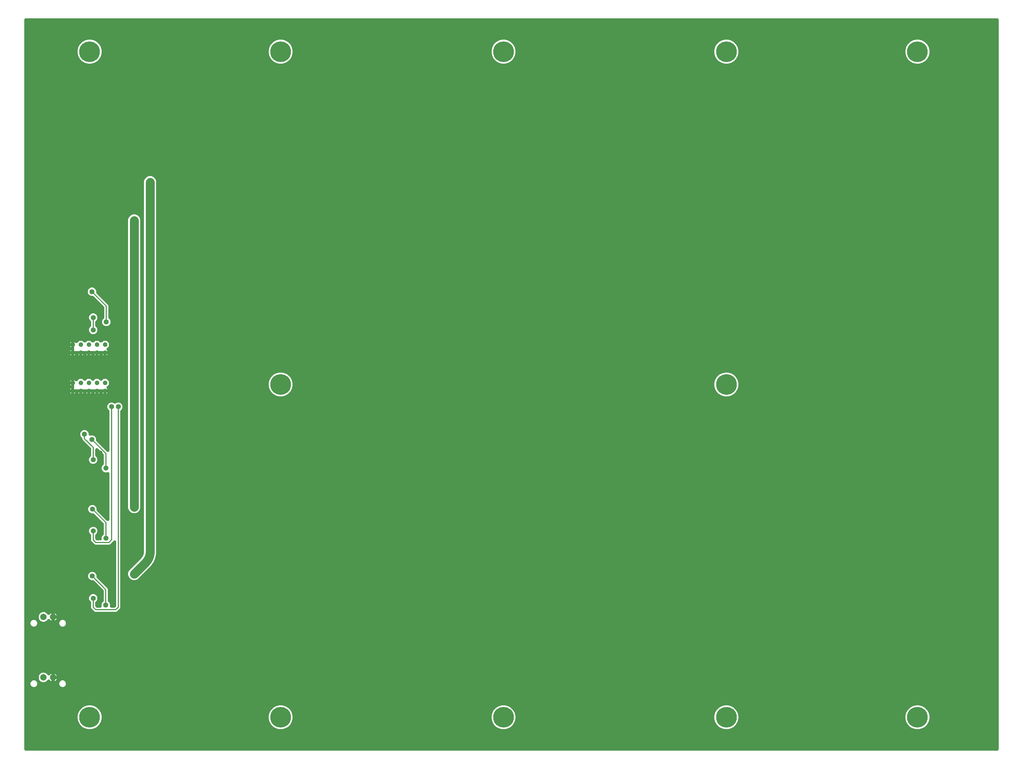
<source format=gbr>
G04 EAGLE Gerber RS-274X export*
G75*
%MOMM*%
%FSLAX34Y34*%
%LPD*%
%INBottom Copper*%
%IPPOS*%
%AMOC8*
5,1,8,0,0,1.08239X$1,22.5*%
G01*
%ADD10P,1.539592X8X202.500000*%
%ADD11C,2.000000*%
%ADD12C,1.600000*%
%ADD13C,0.300000*%
%ADD14C,2.800000*%
%ADD15C,6.500000*%

G36*
X3050185Y-4988D02*
X3050185Y-4988D01*
X3050370Y-4986D01*
X3050500Y-4968D01*
X3050631Y-4959D01*
X3050812Y-4924D01*
X3050996Y-4899D01*
X3051122Y-4865D01*
X3051252Y-4840D01*
X3051428Y-4782D01*
X3051606Y-4734D01*
X3051727Y-4684D01*
X3051852Y-4643D01*
X3052020Y-4564D01*
X3052190Y-4494D01*
X3052305Y-4429D01*
X3052423Y-4373D01*
X3052579Y-4273D01*
X3052740Y-4182D01*
X3052845Y-4103D01*
X3052956Y-4032D01*
X3053098Y-3913D01*
X3053246Y-3802D01*
X3053340Y-3711D01*
X3053441Y-3627D01*
X3053567Y-3491D01*
X3053700Y-3362D01*
X3053782Y-3260D01*
X3053871Y-3163D01*
X3053979Y-3013D01*
X3054094Y-2869D01*
X3054163Y-2756D01*
X3054239Y-2650D01*
X3054327Y-2487D01*
X3054424Y-2329D01*
X3054477Y-2209D01*
X3054540Y-2094D01*
X3054606Y-1921D01*
X3054682Y-1752D01*
X3054720Y-1627D01*
X3054768Y-1504D01*
X3054812Y-1324D01*
X3054866Y-1147D01*
X3054888Y-1018D01*
X3054919Y-890D01*
X3054941Y-707D01*
X3054972Y-524D01*
X3054980Y-371D01*
X3054992Y-263D01*
X3054991Y-154D01*
X3054999Y0D01*
X3054999Y2290000D01*
X3054988Y2290185D01*
X3054986Y2290370D01*
X3054968Y2290500D01*
X3054959Y2290631D01*
X3054924Y2290812D01*
X3054899Y2290996D01*
X3054865Y2291122D01*
X3054840Y2291252D01*
X3054782Y2291428D01*
X3054734Y2291606D01*
X3054684Y2291727D01*
X3054643Y2291852D01*
X3054564Y2292020D01*
X3054494Y2292190D01*
X3054429Y2292305D01*
X3054373Y2292423D01*
X3054273Y2292579D01*
X3054182Y2292740D01*
X3054103Y2292845D01*
X3054032Y2292956D01*
X3053913Y2293098D01*
X3053802Y2293246D01*
X3053711Y2293340D01*
X3053627Y2293441D01*
X3053491Y2293567D01*
X3053362Y2293700D01*
X3053260Y2293782D01*
X3053163Y2293871D01*
X3053013Y2293979D01*
X3052869Y2294094D01*
X3052756Y2294163D01*
X3052650Y2294239D01*
X3052487Y2294327D01*
X3052329Y2294424D01*
X3052209Y2294477D01*
X3052094Y2294540D01*
X3051921Y2294606D01*
X3051752Y2294682D01*
X3051627Y2294720D01*
X3051504Y2294768D01*
X3051324Y2294812D01*
X3051147Y2294866D01*
X3051018Y2294888D01*
X3050890Y2294919D01*
X3050707Y2294941D01*
X3050524Y2294972D01*
X3050371Y2294980D01*
X3050263Y2294992D01*
X3050154Y2294991D01*
X3050000Y2294999D01*
X0Y2294999D01*
X-185Y2294988D01*
X-370Y2294986D01*
X-500Y2294968D01*
X-631Y2294959D01*
X-812Y2294924D01*
X-996Y2294899D01*
X-1122Y2294865D01*
X-1252Y2294840D01*
X-1428Y2294782D01*
X-1606Y2294734D01*
X-1727Y2294684D01*
X-1852Y2294643D01*
X-2020Y2294564D01*
X-2190Y2294494D01*
X-2305Y2294429D01*
X-2423Y2294373D01*
X-2579Y2294273D01*
X-2740Y2294182D01*
X-2845Y2294103D01*
X-2956Y2294032D01*
X-3098Y2293913D01*
X-3246Y2293802D01*
X-3340Y2293711D01*
X-3441Y2293627D01*
X-3567Y2293491D01*
X-3700Y2293362D01*
X-3782Y2293260D01*
X-3871Y2293163D01*
X-3979Y2293013D01*
X-4094Y2292869D01*
X-4163Y2292756D01*
X-4239Y2292650D01*
X-4327Y2292487D01*
X-4424Y2292329D01*
X-4477Y2292209D01*
X-4540Y2292094D01*
X-4606Y2291921D01*
X-4682Y2291752D01*
X-4720Y2291627D01*
X-4768Y2291504D01*
X-4812Y2291324D01*
X-4866Y2291147D01*
X-4888Y2291018D01*
X-4919Y2290890D01*
X-4941Y2290707D01*
X-4972Y2290524D01*
X-4980Y2290371D01*
X-4992Y2290263D01*
X-4991Y2290154D01*
X-4999Y2290000D01*
X-4999Y0D01*
X-4988Y-185D01*
X-4986Y-370D01*
X-4968Y-500D01*
X-4959Y-631D01*
X-4924Y-812D01*
X-4899Y-996D01*
X-4865Y-1122D01*
X-4840Y-1252D01*
X-4782Y-1428D01*
X-4734Y-1606D01*
X-4684Y-1727D01*
X-4643Y-1852D01*
X-4564Y-2020D01*
X-4494Y-2190D01*
X-4429Y-2305D01*
X-4373Y-2423D01*
X-4273Y-2579D01*
X-4182Y-2740D01*
X-4103Y-2845D01*
X-4032Y-2956D01*
X-3913Y-3098D01*
X-3802Y-3246D01*
X-3711Y-3340D01*
X-3627Y-3441D01*
X-3491Y-3567D01*
X-3362Y-3700D01*
X-3260Y-3782D01*
X-3163Y-3871D01*
X-3013Y-3979D01*
X-2869Y-4094D01*
X-2756Y-4163D01*
X-2650Y-4239D01*
X-2487Y-4327D01*
X-2329Y-4424D01*
X-2209Y-4477D01*
X-2094Y-4540D01*
X-1921Y-4606D01*
X-1752Y-4682D01*
X-1627Y-4720D01*
X-1504Y-4768D01*
X-1324Y-4812D01*
X-1147Y-4866D01*
X-1018Y-4888D01*
X-890Y-4919D01*
X-707Y-4941D01*
X-524Y-4972D01*
X-371Y-4980D01*
X-263Y-4992D01*
X-154Y-4991D01*
X0Y-4999D01*
X3050000Y-4999D01*
X3050185Y-4988D01*
G37*
%LPC*%
G36*
X336221Y530999D02*
X336221Y530999D01*
X329237Y533892D01*
X323892Y539237D01*
X320999Y546221D01*
X320999Y553779D01*
X323892Y560763D01*
X358544Y595415D01*
X359193Y596064D01*
X361920Y598791D01*
X361988Y598868D01*
X362089Y598969D01*
X363803Y600859D01*
X363868Y600942D01*
X363941Y601018D01*
X364110Y601245D01*
X364197Y601353D01*
X364220Y601393D01*
X364255Y601439D01*
X367087Y605677D01*
X367201Y605874D01*
X367323Y606067D01*
X367366Y606158D01*
X367404Y606224D01*
X367456Y606347D01*
X367549Y606541D01*
X369499Y611250D01*
X369573Y611466D01*
X369654Y611679D01*
X369679Y611776D01*
X369704Y611848D01*
X369731Y611979D01*
X369784Y612188D01*
X370778Y617187D01*
X370792Y617291D01*
X370815Y617395D01*
X370843Y617675D01*
X370862Y617813D01*
X370862Y617860D01*
X370868Y617917D01*
X370993Y620465D01*
X370992Y620568D01*
X370999Y620711D01*
X370999Y1783779D01*
X373892Y1790763D01*
X379237Y1796108D01*
X386221Y1799001D01*
X393779Y1799001D01*
X400763Y1796108D01*
X406108Y1790763D01*
X409001Y1783779D01*
X409001Y613915D01*
X406349Y600584D01*
X401148Y588026D01*
X393596Y576725D01*
X392167Y575296D01*
X392167Y575295D01*
X388590Y571719D01*
X385416Y568545D01*
X385415Y568544D01*
X350763Y533892D01*
X343779Y530999D01*
X336221Y530999D01*
G37*
%LPD*%
%LPC*%
G36*
X336221Y740999D02*
X336221Y740999D01*
X329237Y743892D01*
X323892Y749237D01*
X320999Y756221D01*
X320999Y1663779D01*
X323892Y1670763D01*
X329237Y1676108D01*
X336221Y1679001D01*
X343779Y1679001D01*
X350763Y1676108D01*
X356108Y1670763D01*
X359001Y1663779D01*
X359001Y756221D01*
X356108Y749237D01*
X350763Y743892D01*
X343779Y740999D01*
X336221Y740999D01*
G37*
%LPD*%
%LPC*%
G36*
X217957Y430999D02*
X217957Y430999D01*
X215568Y431989D01*
X205739Y441818D01*
X204749Y444207D01*
X204749Y459794D01*
X204742Y459913D01*
X204744Y460033D01*
X204722Y460229D01*
X204709Y460425D01*
X204687Y460542D01*
X204674Y460661D01*
X204627Y460852D01*
X204590Y461046D01*
X204553Y461159D01*
X204525Y461275D01*
X204455Y461459D01*
X204393Y461646D01*
X204342Y461755D01*
X204300Y461866D01*
X204207Y462039D01*
X204123Y462218D01*
X204058Y462318D01*
X204002Y462423D01*
X203888Y462584D01*
X203782Y462750D01*
X203705Y462842D01*
X203636Y462939D01*
X203466Y463128D01*
X203377Y463235D01*
X203334Y463274D01*
X203285Y463329D01*
X200228Y466386D01*
X198249Y471164D01*
X198249Y476336D01*
X200228Y481114D01*
X203886Y484772D01*
X208664Y486751D01*
X213836Y486751D01*
X218614Y484772D01*
X222272Y481114D01*
X224251Y476336D01*
X224251Y471164D01*
X222272Y466386D01*
X219215Y463329D01*
X219136Y463240D01*
X219050Y463157D01*
X218927Y463003D01*
X218797Y462855D01*
X218730Y462756D01*
X218656Y462663D01*
X218553Y462495D01*
X218443Y462332D01*
X218389Y462225D01*
X218326Y462123D01*
X218246Y461944D01*
X218157Y461768D01*
X218117Y461655D01*
X218068Y461546D01*
X218011Y461358D01*
X217944Y461172D01*
X217919Y461056D01*
X217884Y460942D01*
X217851Y460747D01*
X217809Y460555D01*
X217798Y460436D01*
X217778Y460318D01*
X217765Y460065D01*
X217752Y459925D01*
X217755Y459868D01*
X217751Y459794D01*
X217751Y450263D01*
X217758Y450144D01*
X217756Y450025D01*
X217778Y449829D01*
X217791Y449633D01*
X217813Y449516D01*
X217826Y449397D01*
X217873Y449205D01*
X217910Y449012D01*
X217947Y448898D01*
X217975Y448782D01*
X218045Y448599D01*
X218107Y448411D01*
X218158Y448303D01*
X218200Y448192D01*
X218293Y448018D01*
X218377Y447840D01*
X218442Y447739D01*
X218498Y447634D01*
X218612Y447474D01*
X218718Y447308D01*
X218795Y447216D01*
X218864Y447119D01*
X219034Y446930D01*
X219123Y446823D01*
X219166Y446783D01*
X219215Y446728D01*
X220478Y445465D01*
X220568Y445386D01*
X220651Y445300D01*
X220805Y445177D01*
X220953Y445047D01*
X221052Y444980D01*
X221145Y444906D01*
X221313Y444803D01*
X221476Y444693D01*
X221582Y444639D01*
X221684Y444576D01*
X221864Y444496D01*
X222040Y444407D01*
X222152Y444367D01*
X222261Y444318D01*
X222450Y444261D01*
X222635Y444194D01*
X222752Y444169D01*
X222866Y444134D01*
X223060Y444101D01*
X223253Y444059D01*
X223371Y444048D01*
X223489Y444028D01*
X223743Y444015D01*
X223882Y444002D01*
X223940Y444005D01*
X224013Y444001D01*
X232800Y444001D01*
X232985Y444012D01*
X233170Y444014D01*
X233300Y444032D01*
X233431Y444041D01*
X233612Y444076D01*
X233796Y444101D01*
X233922Y444135D01*
X234052Y444160D01*
X234228Y444218D01*
X234406Y444266D01*
X234527Y444316D01*
X234652Y444357D01*
X234820Y444436D01*
X234990Y444506D01*
X235105Y444571D01*
X235223Y444627D01*
X235379Y444727D01*
X235540Y444818D01*
X235645Y444897D01*
X235756Y444968D01*
X235898Y445087D01*
X236046Y445198D01*
X236140Y445289D01*
X236241Y445373D01*
X236367Y445509D01*
X236500Y445638D01*
X236582Y445740D01*
X236671Y445837D01*
X236779Y445987D01*
X236894Y446131D01*
X236963Y446244D01*
X237039Y446350D01*
X237127Y446513D01*
X237224Y446671D01*
X237277Y446791D01*
X237340Y446906D01*
X237406Y447079D01*
X237482Y447248D01*
X237520Y447373D01*
X237568Y447496D01*
X237612Y447676D01*
X237666Y447853D01*
X237688Y447982D01*
X237719Y448110D01*
X237741Y448293D01*
X237772Y448476D01*
X237780Y448629D01*
X237792Y448737D01*
X237791Y448846D01*
X237799Y449000D01*
X237799Y454786D01*
X239778Y459564D01*
X242835Y462621D01*
X242914Y462710D01*
X243000Y462793D01*
X243123Y462947D01*
X243253Y463095D01*
X243320Y463194D01*
X243394Y463287D01*
X243497Y463455D01*
X243607Y463618D01*
X243661Y463725D01*
X243724Y463827D01*
X243804Y464006D01*
X243893Y464182D01*
X243933Y464295D01*
X243982Y464404D01*
X244039Y464592D01*
X244106Y464778D01*
X244131Y464894D01*
X244166Y465008D01*
X244199Y465203D01*
X244241Y465395D01*
X244252Y465514D01*
X244272Y465632D01*
X244285Y465884D01*
X244298Y466025D01*
X244295Y466082D01*
X244299Y466156D01*
X244299Y496187D01*
X244292Y496306D01*
X244294Y496425D01*
X244272Y496621D01*
X244259Y496817D01*
X244237Y496934D01*
X244224Y497053D01*
X244177Y497245D01*
X244140Y497438D01*
X244103Y497552D01*
X244075Y497668D01*
X244005Y497851D01*
X243943Y498039D01*
X243892Y498147D01*
X243850Y498258D01*
X243757Y498432D01*
X243673Y498610D01*
X243608Y498711D01*
X243552Y498816D01*
X243438Y498976D01*
X243332Y499142D01*
X243255Y499234D01*
X243186Y499331D01*
X243016Y499520D01*
X242927Y499627D01*
X242884Y499667D01*
X242835Y499722D01*
X213572Y528985D01*
X213482Y529064D01*
X213399Y529150D01*
X213245Y529273D01*
X213097Y529403D01*
X212998Y529470D01*
X212905Y529544D01*
X212737Y529647D01*
X212574Y529757D01*
X212468Y529811D01*
X212366Y529874D01*
X212186Y529954D01*
X212010Y530043D01*
X211898Y530083D01*
X211789Y530132D01*
X211600Y530189D01*
X211415Y530256D01*
X211298Y530281D01*
X211184Y530316D01*
X210990Y530349D01*
X210797Y530391D01*
X210679Y530402D01*
X210561Y530422D01*
X210307Y530435D01*
X210168Y530448D01*
X210110Y530445D01*
X210037Y530449D01*
X205714Y530449D01*
X200936Y532428D01*
X197278Y536086D01*
X195299Y540864D01*
X195299Y546036D01*
X197278Y550814D01*
X200936Y554472D01*
X205714Y556451D01*
X210886Y556451D01*
X215664Y554472D01*
X219322Y550814D01*
X221301Y546036D01*
X221301Y541713D01*
X221308Y541594D01*
X221306Y541475D01*
X221328Y541279D01*
X221341Y541083D01*
X221363Y540966D01*
X221376Y540847D01*
X221423Y540655D01*
X221460Y540462D01*
X221497Y540348D01*
X221525Y540232D01*
X221595Y540049D01*
X221657Y539861D01*
X221708Y539753D01*
X221750Y539642D01*
X221843Y539468D01*
X221927Y539290D01*
X221992Y539189D01*
X222048Y539084D01*
X222162Y538924D01*
X222268Y538758D01*
X222345Y538666D01*
X222414Y538569D01*
X222584Y538380D01*
X222673Y538273D01*
X222716Y538233D01*
X222765Y538178D01*
X256311Y504632D01*
X257301Y502243D01*
X257301Y466156D01*
X257308Y466037D01*
X257306Y465917D01*
X257328Y465721D01*
X257341Y465525D01*
X257363Y465408D01*
X257376Y465289D01*
X257423Y465098D01*
X257460Y464904D01*
X257497Y464791D01*
X257525Y464675D01*
X257595Y464491D01*
X257657Y464304D01*
X257708Y464195D01*
X257750Y464084D01*
X257843Y463911D01*
X257927Y463732D01*
X257992Y463632D01*
X258048Y463527D01*
X258162Y463366D01*
X258268Y463200D01*
X258345Y463108D01*
X258414Y463011D01*
X258584Y462822D01*
X258673Y462715D01*
X258716Y462676D01*
X258765Y462621D01*
X261822Y459564D01*
X263801Y454786D01*
X263801Y449000D01*
X263812Y448815D01*
X263814Y448630D01*
X263832Y448500D01*
X263841Y448369D01*
X263876Y448188D01*
X263901Y448004D01*
X263935Y447878D01*
X263960Y447748D01*
X264018Y447572D01*
X264066Y447394D01*
X264116Y447273D01*
X264157Y447148D01*
X264236Y446980D01*
X264306Y446810D01*
X264371Y446695D01*
X264427Y446577D01*
X264527Y446421D01*
X264618Y446260D01*
X264697Y446155D01*
X264768Y446044D01*
X264887Y445902D01*
X264998Y445754D01*
X265089Y445660D01*
X265173Y445559D01*
X265309Y445433D01*
X265438Y445300D01*
X265540Y445218D01*
X265637Y445129D01*
X265787Y445021D01*
X265931Y444906D01*
X266044Y444837D01*
X266150Y444761D01*
X266313Y444673D01*
X266471Y444576D01*
X266591Y444523D01*
X266706Y444460D01*
X266879Y444394D01*
X267048Y444318D01*
X267173Y444280D01*
X267296Y444232D01*
X267476Y444188D01*
X267653Y444134D01*
X267782Y444112D01*
X267910Y444081D01*
X268093Y444059D01*
X268276Y444028D01*
X268429Y444020D01*
X268537Y444008D01*
X268646Y444009D01*
X268800Y444001D01*
X277237Y444001D01*
X277356Y444008D01*
X277475Y444006D01*
X277671Y444028D01*
X277867Y444041D01*
X277984Y444063D01*
X278103Y444076D01*
X278295Y444123D01*
X278488Y444160D01*
X278602Y444197D01*
X278718Y444225D01*
X278901Y444295D01*
X279089Y444357D01*
X279197Y444408D01*
X279308Y444450D01*
X279482Y444543D01*
X279660Y444627D01*
X279761Y444692D01*
X279866Y444748D01*
X280026Y444862D01*
X280192Y444968D01*
X280284Y445045D01*
X280381Y445114D01*
X280570Y445284D01*
X280677Y445373D01*
X280717Y445416D01*
X280772Y445465D01*
X282035Y446728D01*
X282114Y446818D01*
X282200Y446901D01*
X282323Y447055D01*
X282453Y447203D01*
X282520Y447302D01*
X282594Y447395D01*
X282697Y447563D01*
X282807Y447726D01*
X282861Y447832D01*
X282924Y447934D01*
X283004Y448114D01*
X283093Y448290D01*
X283133Y448402D01*
X283182Y448511D01*
X283239Y448700D01*
X283306Y448885D01*
X283331Y449002D01*
X283366Y449116D01*
X283399Y449310D01*
X283441Y449503D01*
X283452Y449621D01*
X283472Y449739D01*
X283485Y449993D01*
X283498Y450132D01*
X283495Y450190D01*
X283499Y450263D01*
X283499Y650238D01*
X283481Y650521D01*
X283473Y650736D01*
X283465Y650790D01*
X283460Y650864D01*
X283459Y650866D01*
X283459Y650869D01*
X283404Y651157D01*
X283370Y651360D01*
X283356Y651409D01*
X283341Y651485D01*
X283341Y651487D01*
X283340Y651489D01*
X283246Y651777D01*
X283190Y651965D01*
X283170Y652011D01*
X283145Y652086D01*
X283144Y652088D01*
X283143Y652090D01*
X283010Y652371D01*
X282934Y652544D01*
X282909Y652584D01*
X282875Y652657D01*
X282874Y652659D01*
X282873Y652661D01*
X282702Y652928D01*
X282607Y653085D01*
X282579Y653121D01*
X282535Y653190D01*
X282533Y653192D01*
X282532Y653194D01*
X282333Y653432D01*
X282325Y653442D01*
X282215Y653580D01*
X282183Y653611D01*
X282130Y653675D01*
X282128Y653677D01*
X282127Y653679D01*
X281901Y653889D01*
X281886Y653902D01*
X281763Y654022D01*
X281729Y654048D01*
X281667Y654106D01*
X281665Y654107D01*
X281663Y654109D01*
X281417Y654286D01*
X281394Y654302D01*
X281259Y654404D01*
X281223Y654425D01*
X281154Y654475D01*
X281151Y654476D01*
X281150Y654477D01*
X280885Y654620D01*
X280856Y654636D01*
X280711Y654719D01*
X280672Y654735D01*
X280598Y654776D01*
X280596Y654776D01*
X280594Y654778D01*
X280292Y654894D01*
X280282Y654898D01*
X280128Y654962D01*
X280088Y654973D01*
X280009Y655004D01*
X280006Y655005D01*
X280004Y655005D01*
X279689Y655083D01*
X279681Y655085D01*
X279518Y655130D01*
X279477Y655136D01*
X279395Y655156D01*
X279393Y655157D01*
X279390Y655157D01*
X279076Y655194D01*
X279062Y655195D01*
X278893Y655220D01*
X278850Y655220D01*
X278767Y655230D01*
X278765Y655230D01*
X278763Y655230D01*
X278448Y655227D01*
X278434Y655227D01*
X278261Y655229D01*
X278217Y655225D01*
X278135Y655224D01*
X278133Y655223D01*
X278130Y655223D01*
X277820Y655180D01*
X277810Y655179D01*
X277633Y655159D01*
X277589Y655149D01*
X277509Y655138D01*
X277507Y655137D01*
X277504Y655137D01*
X277214Y655058D01*
X277197Y655054D01*
X277018Y655011D01*
X276975Y654994D01*
X276899Y654974D01*
X276896Y654973D01*
X276894Y654972D01*
X276622Y654860D01*
X276605Y654853D01*
X276428Y654786D01*
X276385Y654763D01*
X276314Y654734D01*
X276312Y654732D01*
X276310Y654732D01*
X276045Y654581D01*
X275870Y654488D01*
X275829Y654459D01*
X275764Y654422D01*
X275762Y654421D01*
X275760Y654419D01*
X275523Y654242D01*
X275354Y654122D01*
X275311Y654083D01*
X275258Y654043D01*
X275256Y654042D01*
X275254Y654040D01*
X275135Y653924D01*
X274964Y653771D01*
X264432Y643239D01*
X262043Y642249D01*
X217957Y642249D01*
X215568Y643239D01*
X205739Y653068D01*
X204749Y655457D01*
X204749Y671044D01*
X204742Y671163D01*
X204744Y671283D01*
X204722Y671479D01*
X204709Y671675D01*
X204687Y671792D01*
X204674Y671911D01*
X204627Y672102D01*
X204590Y672296D01*
X204553Y672409D01*
X204525Y672525D01*
X204455Y672709D01*
X204393Y672896D01*
X204342Y673005D01*
X204300Y673116D01*
X204207Y673289D01*
X204123Y673468D01*
X204058Y673568D01*
X204002Y673673D01*
X203888Y673834D01*
X203782Y674000D01*
X203705Y674092D01*
X203636Y674189D01*
X203466Y674378D01*
X203377Y674485D01*
X203334Y674524D01*
X203285Y674579D01*
X200228Y677636D01*
X198249Y682414D01*
X198249Y687586D01*
X200228Y692364D01*
X203886Y696022D01*
X208664Y698001D01*
X213836Y698001D01*
X218614Y696022D01*
X222272Y692364D01*
X224251Y687586D01*
X224251Y682414D01*
X222272Y677636D01*
X219215Y674579D01*
X219136Y674490D01*
X219050Y674407D01*
X218927Y674253D01*
X218797Y674105D01*
X218730Y674006D01*
X218656Y673913D01*
X218553Y673745D01*
X218443Y673582D01*
X218389Y673475D01*
X218326Y673373D01*
X218246Y673194D01*
X218157Y673018D01*
X218117Y672905D01*
X218068Y672796D01*
X218011Y672608D01*
X217944Y672422D01*
X217919Y672306D01*
X217884Y672192D01*
X217851Y671997D01*
X217809Y671805D01*
X217798Y671686D01*
X217778Y671568D01*
X217765Y671315D01*
X217752Y671175D01*
X217755Y671118D01*
X217751Y671044D01*
X217751Y661513D01*
X217758Y661394D01*
X217756Y661275D01*
X217778Y661079D01*
X217791Y660883D01*
X217813Y660766D01*
X217826Y660647D01*
X217873Y660455D01*
X217910Y660262D01*
X217947Y660148D01*
X217975Y660032D01*
X218045Y659849D01*
X218107Y659661D01*
X218158Y659553D01*
X218200Y659442D01*
X218293Y659268D01*
X218377Y659090D01*
X218442Y658989D01*
X218498Y658884D01*
X218612Y658724D01*
X218718Y658558D01*
X218795Y658466D01*
X218864Y658369D01*
X219034Y658180D01*
X219123Y658073D01*
X219166Y658033D01*
X219215Y657978D01*
X220478Y656715D01*
X220568Y656636D01*
X220651Y656550D01*
X220805Y656427D01*
X220953Y656297D01*
X221052Y656230D01*
X221145Y656156D01*
X221313Y656053D01*
X221476Y655943D01*
X221582Y655889D01*
X221684Y655826D01*
X221864Y655746D01*
X222040Y655657D01*
X222152Y655617D01*
X222261Y655568D01*
X222450Y655511D01*
X222635Y655444D01*
X222752Y655419D01*
X222866Y655384D01*
X223060Y655351D01*
X223253Y655309D01*
X223371Y655298D01*
X223489Y655278D01*
X223743Y655265D01*
X223882Y655252D01*
X223940Y655255D01*
X224013Y655251D01*
X233100Y655251D01*
X233285Y655262D01*
X233470Y655264D01*
X233600Y655282D01*
X233731Y655291D01*
X233912Y655326D01*
X234096Y655351D01*
X234222Y655385D01*
X234352Y655410D01*
X234528Y655468D01*
X234706Y655516D01*
X234827Y655566D01*
X234952Y655607D01*
X235120Y655686D01*
X235290Y655756D01*
X235405Y655821D01*
X235523Y655877D01*
X235679Y655977D01*
X235840Y656068D01*
X235945Y656147D01*
X236056Y656218D01*
X236198Y656337D01*
X236346Y656448D01*
X236440Y656539D01*
X236541Y656623D01*
X236667Y656759D01*
X236800Y656888D01*
X236882Y656990D01*
X236971Y657087D01*
X237079Y657237D01*
X237194Y657381D01*
X237263Y657494D01*
X237339Y657600D01*
X237427Y657763D01*
X237524Y657921D01*
X237577Y658041D01*
X237640Y658156D01*
X237706Y658329D01*
X237782Y658498D01*
X237820Y658623D01*
X237868Y658746D01*
X237912Y658926D01*
X237966Y659103D01*
X237988Y659232D01*
X238019Y659360D01*
X238041Y659543D01*
X238072Y659726D01*
X238080Y659879D01*
X238092Y659987D01*
X238091Y660096D01*
X238099Y660250D01*
X238099Y664786D01*
X240078Y669564D01*
X243135Y672621D01*
X243214Y672710D01*
X243300Y672793D01*
X243423Y672947D01*
X243553Y673095D01*
X243620Y673194D01*
X243694Y673287D01*
X243797Y673455D01*
X243907Y673618D01*
X243961Y673725D01*
X244024Y673827D01*
X244104Y674006D01*
X244193Y674182D01*
X244233Y674295D01*
X244282Y674404D01*
X244339Y674592D01*
X244406Y674778D01*
X244431Y674894D01*
X244466Y675008D01*
X244499Y675203D01*
X244541Y675395D01*
X244552Y675514D01*
X244572Y675632D01*
X244585Y675885D01*
X244598Y676025D01*
X244595Y676082D01*
X244599Y676156D01*
X244599Y706187D01*
X244592Y706306D01*
X244594Y706425D01*
X244572Y706621D01*
X244559Y706817D01*
X244537Y706934D01*
X244524Y707053D01*
X244477Y707245D01*
X244440Y707438D01*
X244403Y707552D01*
X244375Y707668D01*
X244305Y707851D01*
X244243Y708039D01*
X244192Y708147D01*
X244150Y708258D01*
X244057Y708432D01*
X243973Y708610D01*
X243908Y708711D01*
X243852Y708816D01*
X243738Y708976D01*
X243632Y709142D01*
X243555Y709234D01*
X243486Y709331D01*
X243316Y709520D01*
X243227Y709627D01*
X243184Y709667D01*
X243135Y709722D01*
X213872Y738985D01*
X213782Y739064D01*
X213699Y739150D01*
X213545Y739273D01*
X213397Y739403D01*
X213298Y739470D01*
X213205Y739544D01*
X213037Y739647D01*
X212874Y739757D01*
X212768Y739811D01*
X212666Y739874D01*
X212486Y739954D01*
X212310Y740043D01*
X212198Y740083D01*
X212089Y740132D01*
X211900Y740189D01*
X211715Y740256D01*
X211598Y740281D01*
X211484Y740316D01*
X211290Y740349D01*
X211097Y740391D01*
X210979Y740402D01*
X210861Y740422D01*
X210607Y740435D01*
X210468Y740448D01*
X210410Y740445D01*
X210337Y740449D01*
X206014Y740449D01*
X201236Y742428D01*
X197578Y746086D01*
X195599Y750864D01*
X195599Y756036D01*
X197578Y760814D01*
X201236Y764472D01*
X206014Y766451D01*
X211186Y766451D01*
X215964Y764472D01*
X219622Y760814D01*
X221601Y756036D01*
X221601Y751713D01*
X221608Y751594D01*
X221606Y751475D01*
X221628Y751279D01*
X221641Y751083D01*
X221663Y750966D01*
X221676Y750847D01*
X221723Y750655D01*
X221760Y750462D01*
X221797Y750348D01*
X221825Y750232D01*
X221895Y750049D01*
X221957Y749861D01*
X222008Y749753D01*
X222050Y749642D01*
X222143Y749468D01*
X222227Y749290D01*
X222292Y749189D01*
X222348Y749084D01*
X222462Y748924D01*
X222568Y748758D01*
X222645Y748666D01*
X222714Y748569D01*
X222884Y748380D01*
X222973Y748273D01*
X223016Y748233D01*
X223065Y748178D01*
X253715Y717528D01*
X253903Y717363D01*
X254087Y717192D01*
X254140Y717154D01*
X254189Y717111D01*
X254397Y716970D01*
X254600Y716824D01*
X254658Y716793D01*
X254713Y716756D01*
X254937Y716642D01*
X255156Y716524D01*
X255218Y716500D01*
X255276Y716470D01*
X255512Y716386D01*
X255746Y716296D01*
X255810Y716280D01*
X255872Y716258D01*
X256116Y716204D01*
X256360Y716144D01*
X256425Y716136D01*
X256489Y716122D01*
X256739Y716100D01*
X256987Y716071D01*
X257053Y716072D01*
X257119Y716066D01*
X257370Y716075D01*
X257620Y716078D01*
X257684Y716087D01*
X257750Y716089D01*
X257998Y716130D01*
X258246Y716164D01*
X258309Y716181D01*
X258374Y716192D01*
X258614Y716264D01*
X258856Y716329D01*
X258917Y716354D01*
X258980Y716373D01*
X259209Y716474D01*
X259440Y716570D01*
X259498Y716602D01*
X259558Y716629D01*
X259772Y716758D01*
X259990Y716882D01*
X260043Y716921D01*
X260099Y716955D01*
X260296Y717111D01*
X260496Y717261D01*
X260543Y717307D01*
X260595Y717348D01*
X260770Y717526D01*
X260950Y717701D01*
X260991Y717752D01*
X261037Y717799D01*
X261188Y717999D01*
X261344Y718195D01*
X261379Y718251D01*
X261418Y718303D01*
X261542Y718519D01*
X261674Y718734D01*
X261701Y718794D01*
X261733Y718851D01*
X261829Y719082D01*
X261932Y719311D01*
X261951Y719374D01*
X261977Y719435D01*
X262043Y719676D01*
X262116Y719916D01*
X262127Y719981D01*
X262144Y720044D01*
X262180Y720292D01*
X262222Y720539D01*
X262226Y720612D01*
X262234Y720670D01*
X262236Y720810D01*
X262249Y721063D01*
X262249Y865106D01*
X262235Y865323D01*
X262230Y865541D01*
X262216Y865638D01*
X262209Y865737D01*
X262168Y865950D01*
X262136Y866166D01*
X262109Y866261D01*
X262090Y866357D01*
X262022Y866564D01*
X261963Y866774D01*
X261924Y866864D01*
X261893Y866958D01*
X261800Y867155D01*
X261715Y867355D01*
X261665Y867440D01*
X261623Y867529D01*
X261505Y867713D01*
X261395Y867901D01*
X261335Y867979D01*
X261282Y868062D01*
X261142Y868229D01*
X261009Y868401D01*
X260940Y868471D01*
X260877Y868547D01*
X260717Y868695D01*
X260563Y868849D01*
X260486Y868910D01*
X260413Y868977D01*
X260237Y869104D01*
X260065Y869237D01*
X259980Y869288D01*
X259900Y869345D01*
X259708Y869449D01*
X259521Y869560D01*
X259430Y869599D01*
X259344Y869646D01*
X259140Y869724D01*
X258941Y869811D01*
X258846Y869838D01*
X258754Y869873D01*
X258542Y869926D01*
X258333Y869986D01*
X258236Y870002D01*
X258140Y870025D01*
X257925Y870050D01*
X257709Y870084D01*
X257610Y870087D01*
X257513Y870098D01*
X257295Y870096D01*
X257077Y870102D01*
X256979Y870092D01*
X256880Y870091D01*
X256665Y870062D01*
X256448Y870040D01*
X256352Y870018D01*
X256254Y870005D01*
X256044Y869948D01*
X255832Y869900D01*
X255726Y869862D01*
X255644Y869840D01*
X255525Y869791D01*
X255337Y869725D01*
X253586Y868999D01*
X248414Y868999D01*
X243636Y870978D01*
X239978Y874636D01*
X237999Y879414D01*
X237999Y884586D01*
X239978Y889364D01*
X243035Y892421D01*
X243114Y892510D01*
X243200Y892593D01*
X243323Y892747D01*
X243453Y892895D01*
X243520Y892994D01*
X243594Y893087D01*
X243697Y893255D01*
X243807Y893418D01*
X243861Y893525D01*
X243924Y893627D01*
X244004Y893806D01*
X244093Y893982D01*
X244133Y894095D01*
X244182Y894204D01*
X244239Y894392D01*
X244306Y894578D01*
X244331Y894694D01*
X244366Y894808D01*
X244399Y895003D01*
X244441Y895195D01*
X244452Y895314D01*
X244472Y895432D01*
X244485Y895685D01*
X244498Y895825D01*
X244495Y895882D01*
X244499Y895956D01*
X244499Y923237D01*
X244492Y923356D01*
X244494Y923475D01*
X244472Y923671D01*
X244459Y923867D01*
X244437Y923984D01*
X244424Y924103D01*
X244377Y924295D01*
X244340Y924488D01*
X244303Y924602D01*
X244275Y924718D01*
X244205Y924901D01*
X244143Y925089D01*
X244092Y925197D01*
X244050Y925308D01*
X243957Y925482D01*
X243873Y925660D01*
X243808Y925761D01*
X243752Y925866D01*
X243638Y926026D01*
X243532Y926192D01*
X243455Y926284D01*
X243386Y926381D01*
X243216Y926570D01*
X243127Y926677D01*
X243084Y926717D01*
X243035Y926772D01*
X226285Y943522D01*
X226097Y943687D01*
X225913Y943858D01*
X225860Y943896D01*
X225811Y943939D01*
X225603Y944080D01*
X225400Y944226D01*
X225342Y944257D01*
X225287Y944294D01*
X225063Y944408D01*
X224844Y944526D01*
X224782Y944550D01*
X224724Y944580D01*
X224488Y944664D01*
X224254Y944754D01*
X224190Y944770D01*
X224128Y944792D01*
X223884Y944846D01*
X223640Y944906D01*
X223575Y944914D01*
X223511Y944928D01*
X223261Y944950D01*
X223013Y944979D01*
X222947Y944978D01*
X222881Y944984D01*
X222630Y944975D01*
X222380Y944972D01*
X222316Y944963D01*
X222250Y944961D01*
X222002Y944920D01*
X221754Y944886D01*
X221691Y944869D01*
X221626Y944858D01*
X221386Y944786D01*
X221144Y944721D01*
X221083Y944696D01*
X221020Y944677D01*
X220791Y944576D01*
X220560Y944480D01*
X220502Y944448D01*
X220442Y944421D01*
X220228Y944292D01*
X220010Y944168D01*
X219957Y944129D01*
X219901Y944095D01*
X219705Y943939D01*
X219504Y943789D01*
X219457Y943743D01*
X219405Y943702D01*
X219230Y943524D01*
X219050Y943349D01*
X219009Y943298D01*
X218963Y943251D01*
X218813Y943051D01*
X218656Y942855D01*
X218621Y942799D01*
X218582Y942747D01*
X218457Y942530D01*
X218326Y942316D01*
X218299Y942255D01*
X218267Y942199D01*
X218171Y941968D01*
X218068Y941739D01*
X218049Y941676D01*
X218023Y941615D01*
X217957Y941374D01*
X217884Y941134D01*
X217873Y941069D01*
X217856Y941006D01*
X217820Y940758D01*
X217778Y940511D01*
X217774Y940438D01*
X217766Y940380D01*
X217764Y940240D01*
X217758Y940124D01*
X217758Y940122D01*
X217758Y940119D01*
X217751Y939987D01*
X217751Y922706D01*
X217758Y922587D01*
X217756Y922467D01*
X217778Y922271D01*
X217791Y922075D01*
X217813Y921958D01*
X217826Y921839D01*
X217873Y921648D01*
X217910Y921454D01*
X217947Y921341D01*
X217975Y921225D01*
X218045Y921041D01*
X218107Y920854D01*
X218158Y920745D01*
X218200Y920634D01*
X218293Y920461D01*
X218377Y920282D01*
X218442Y920182D01*
X218498Y920077D01*
X218612Y919916D01*
X218718Y919750D01*
X218795Y919658D01*
X218864Y919561D01*
X219034Y919372D01*
X219123Y919265D01*
X219166Y919226D01*
X219215Y919171D01*
X222272Y916114D01*
X224251Y911336D01*
X224251Y906164D01*
X222272Y901386D01*
X218614Y897728D01*
X213836Y895749D01*
X208664Y895749D01*
X203886Y897728D01*
X200228Y901386D01*
X198249Y906164D01*
X198249Y911336D01*
X200228Y916114D01*
X203285Y919171D01*
X203364Y919260D01*
X203450Y919343D01*
X203573Y919497D01*
X203703Y919645D01*
X203770Y919744D01*
X203844Y919837D01*
X203947Y920005D01*
X204057Y920168D01*
X204111Y920275D01*
X204174Y920377D01*
X204254Y920556D01*
X204343Y920732D01*
X204383Y920845D01*
X204432Y920954D01*
X204489Y921142D01*
X204556Y921328D01*
X204581Y921444D01*
X204616Y921558D01*
X204649Y921753D01*
X204691Y921945D01*
X204702Y922064D01*
X204722Y922182D01*
X204735Y922434D01*
X204748Y922575D01*
X204745Y922632D01*
X204749Y922706D01*
X204749Y942737D01*
X204742Y942855D01*
X204744Y942975D01*
X204722Y943171D01*
X204709Y943367D01*
X204687Y943484D01*
X204674Y943603D01*
X204627Y943795D01*
X204590Y943988D01*
X204553Y944102D01*
X204525Y944218D01*
X204455Y944401D01*
X204393Y944589D01*
X204342Y944697D01*
X204300Y944808D01*
X204207Y944982D01*
X204123Y945160D01*
X204058Y945261D01*
X204002Y945366D01*
X203888Y945526D01*
X203782Y945692D01*
X203705Y945784D01*
X203636Y945881D01*
X203466Y946070D01*
X203377Y946177D01*
X203334Y946217D01*
X203285Y946272D01*
X178239Y971318D01*
X177249Y973707D01*
X177249Y974794D01*
X177242Y974913D01*
X177244Y975033D01*
X177222Y975229D01*
X177209Y975425D01*
X177187Y975542D01*
X177174Y975661D01*
X177127Y975852D01*
X177090Y976046D01*
X177053Y976159D01*
X177025Y976275D01*
X176955Y976459D01*
X176893Y976646D01*
X176842Y976755D01*
X176800Y976866D01*
X176707Y977039D01*
X176623Y977218D01*
X176558Y977318D01*
X176502Y977423D01*
X176388Y977584D01*
X176282Y977750D01*
X176205Y977842D01*
X176136Y977939D01*
X175998Y978093D01*
X175993Y978100D01*
X175979Y978114D01*
X175966Y978128D01*
X175877Y978235D01*
X175834Y978274D01*
X175785Y978329D01*
X172728Y981386D01*
X170749Y986164D01*
X170749Y991336D01*
X172728Y996114D01*
X176386Y999772D01*
X181164Y1001751D01*
X186336Y1001751D01*
X191114Y999772D01*
X194772Y996114D01*
X196751Y991336D01*
X196751Y989308D01*
X196765Y989091D01*
X196770Y988873D01*
X196784Y988776D01*
X196791Y988678D01*
X196832Y988464D01*
X196864Y988248D01*
X196891Y988154D01*
X196910Y988057D01*
X196978Y987850D01*
X197037Y987640D01*
X197076Y987550D01*
X197107Y987456D01*
X197200Y987259D01*
X197285Y987059D01*
X197335Y986974D01*
X197377Y986885D01*
X197495Y986701D01*
X197605Y986514D01*
X197665Y986436D01*
X197718Y986353D01*
X197858Y986185D01*
X197991Y986013D01*
X198060Y985943D01*
X198123Y985867D01*
X198283Y985719D01*
X198437Y985565D01*
X198514Y985504D01*
X198587Y985437D01*
X198763Y985311D01*
X198935Y985177D01*
X199020Y985126D01*
X199100Y985069D01*
X199292Y984966D01*
X199479Y984855D01*
X199570Y984816D01*
X199656Y984769D01*
X199860Y984690D01*
X200059Y984604D01*
X200154Y984576D01*
X200246Y984541D01*
X200458Y984488D01*
X200667Y984428D01*
X200764Y984413D01*
X200860Y984389D01*
X201076Y984364D01*
X201291Y984330D01*
X201390Y984327D01*
X201487Y984316D01*
X201705Y984318D01*
X201923Y984312D01*
X202021Y984322D01*
X202120Y984323D01*
X202335Y984353D01*
X202552Y984374D01*
X202648Y984396D01*
X202746Y984409D01*
X202956Y984466D01*
X203168Y984515D01*
X203274Y984552D01*
X203356Y984574D01*
X203475Y984623D01*
X203663Y984690D01*
X204414Y985001D01*
X209586Y985001D01*
X214364Y983022D01*
X218022Y979364D01*
X220001Y974586D01*
X220001Y970263D01*
X220008Y970144D01*
X220006Y970025D01*
X220028Y969829D01*
X220041Y969633D01*
X220063Y969516D01*
X220076Y969397D01*
X220123Y969205D01*
X220160Y969012D01*
X220197Y968898D01*
X220225Y968782D01*
X220295Y968599D01*
X220357Y968411D01*
X220408Y968303D01*
X220450Y968192D01*
X220543Y968018D01*
X220627Y967840D01*
X220692Y967739D01*
X220748Y967634D01*
X220862Y967474D01*
X220968Y967308D01*
X221045Y967216D01*
X221114Y967119D01*
X221284Y966930D01*
X221373Y966823D01*
X221416Y966783D01*
X221465Y966728D01*
X253715Y934478D01*
X253903Y934313D01*
X254087Y934142D01*
X254140Y934104D01*
X254189Y934061D01*
X254397Y933920D01*
X254600Y933774D01*
X254658Y933743D01*
X254713Y933706D01*
X254937Y933592D01*
X255156Y933474D01*
X255218Y933450D01*
X255276Y933420D01*
X255512Y933336D01*
X255746Y933246D01*
X255810Y933230D01*
X255872Y933208D01*
X256116Y933154D01*
X256360Y933094D01*
X256425Y933086D01*
X256489Y933072D01*
X256739Y933050D01*
X256987Y933021D01*
X257053Y933022D01*
X257119Y933016D01*
X257370Y933025D01*
X257620Y933028D01*
X257684Y933037D01*
X257750Y933039D01*
X257998Y933080D01*
X258246Y933114D01*
X258309Y933131D01*
X258374Y933142D01*
X258614Y933214D01*
X258856Y933279D01*
X258917Y933304D01*
X258980Y933323D01*
X259209Y933424D01*
X259440Y933520D01*
X259498Y933552D01*
X259558Y933579D01*
X259772Y933708D01*
X259990Y933832D01*
X260043Y933871D01*
X260099Y933905D01*
X260296Y934061D01*
X260496Y934211D01*
X260543Y934257D01*
X260595Y934298D01*
X260770Y934476D01*
X260950Y934651D01*
X260991Y934702D01*
X261037Y934749D01*
X261188Y934949D01*
X261344Y935145D01*
X261379Y935201D01*
X261418Y935253D01*
X261543Y935470D01*
X261674Y935684D01*
X261701Y935744D01*
X261733Y935801D01*
X261829Y936032D01*
X261932Y936261D01*
X261951Y936324D01*
X261977Y936385D01*
X262043Y936626D01*
X262116Y936866D01*
X262127Y936931D01*
X262144Y936994D01*
X262180Y937242D01*
X262222Y937489D01*
X262226Y937562D01*
X262234Y937620D01*
X262236Y937760D01*
X262249Y938013D01*
X262249Y1061044D01*
X262242Y1061163D01*
X262244Y1061283D01*
X262222Y1061479D01*
X262209Y1061675D01*
X262187Y1061792D01*
X262174Y1061911D01*
X262127Y1062102D01*
X262090Y1062296D01*
X262053Y1062409D01*
X262025Y1062525D01*
X261955Y1062709D01*
X261893Y1062896D01*
X261842Y1063005D01*
X261800Y1063116D01*
X261707Y1063289D01*
X261623Y1063468D01*
X261558Y1063568D01*
X261502Y1063673D01*
X261388Y1063834D01*
X261282Y1064000D01*
X261205Y1064092D01*
X261136Y1064189D01*
X260966Y1064378D01*
X260877Y1064485D01*
X260834Y1064524D01*
X260785Y1064579D01*
X257728Y1067636D01*
X255749Y1072414D01*
X255749Y1077586D01*
X257728Y1082364D01*
X261386Y1086022D01*
X266164Y1088001D01*
X271336Y1088001D01*
X276173Y1085997D01*
X276216Y1085965D01*
X276314Y1085878D01*
X276423Y1085805D01*
X276501Y1085742D01*
X276547Y1085714D01*
X276615Y1085662D01*
X276729Y1085597D01*
X276838Y1085523D01*
X276966Y1085458D01*
X277040Y1085413D01*
X277081Y1085395D01*
X277163Y1085348D01*
X277284Y1085297D01*
X277401Y1085238D01*
X277548Y1085185D01*
X277617Y1085154D01*
X277651Y1085144D01*
X277746Y1085104D01*
X277873Y1085069D01*
X277997Y1085025D01*
X278160Y1084989D01*
X278222Y1084971D01*
X278247Y1084966D01*
X278356Y1084937D01*
X278486Y1084918D01*
X278614Y1084890D01*
X278792Y1084874D01*
X278845Y1084865D01*
X278864Y1084864D01*
X278982Y1084847D01*
X279113Y1084845D01*
X279244Y1084833D01*
X279362Y1084838D01*
X279369Y1084837D01*
X279381Y1084837D01*
X279421Y1084840D01*
X279429Y1084840D01*
X279614Y1084837D01*
X279744Y1084852D01*
X279875Y1084857D01*
X279993Y1084876D01*
X280012Y1084877D01*
X280066Y1084888D01*
X280242Y1084907D01*
X280370Y1084938D01*
X280499Y1084960D01*
X280605Y1084991D01*
X280632Y1084996D01*
X280695Y1085017D01*
X280856Y1085056D01*
X280979Y1085103D01*
X281105Y1085140D01*
X281198Y1085182D01*
X281233Y1085193D01*
X281303Y1085226D01*
X281447Y1085281D01*
X281563Y1085343D01*
X281683Y1085396D01*
X281762Y1085444D01*
X281804Y1085464D01*
X281880Y1085512D01*
X282004Y1085579D01*
X282111Y1085655D01*
X282224Y1085723D01*
X282289Y1085774D01*
X282337Y1085805D01*
X282415Y1085870D01*
X282520Y1085945D01*
X282579Y1085998D01*
X287414Y1088001D01*
X292586Y1088001D01*
X297364Y1086022D01*
X301022Y1082364D01*
X303001Y1077586D01*
X303001Y1072414D01*
X301022Y1067636D01*
X297965Y1064579D01*
X297886Y1064490D01*
X297800Y1064407D01*
X297677Y1064253D01*
X297547Y1064105D01*
X297480Y1064006D01*
X297406Y1063913D01*
X297303Y1063745D01*
X297193Y1063582D01*
X297139Y1063475D01*
X297076Y1063373D01*
X296996Y1063194D01*
X296907Y1063018D01*
X296867Y1062905D01*
X296818Y1062796D01*
X296761Y1062608D01*
X296694Y1062422D01*
X296669Y1062306D01*
X296634Y1062192D01*
X296601Y1061997D01*
X296559Y1061805D01*
X296548Y1061686D01*
X296528Y1061568D01*
X296515Y1061315D01*
X296502Y1061175D01*
X296505Y1061118D01*
X296501Y1061044D01*
X296501Y444207D01*
X295511Y441818D01*
X285682Y431989D01*
X283293Y430999D01*
X217957Y430999D01*
G37*
%LPD*%
%LPC*%
G36*
X2795063Y2152499D02*
X2795063Y2152499D01*
X2785525Y2155055D01*
X2776974Y2159992D01*
X2769992Y2166974D01*
X2765055Y2175525D01*
X2762499Y2185063D01*
X2762499Y2194937D01*
X2765055Y2204475D01*
X2769992Y2213026D01*
X2776974Y2220008D01*
X2785525Y2224945D01*
X2795063Y2227501D01*
X2804937Y2227501D01*
X2814475Y2224945D01*
X2823026Y2220008D01*
X2830008Y2213026D01*
X2834945Y2204475D01*
X2837501Y2194937D01*
X2837501Y2185063D01*
X2834945Y2175525D01*
X2830008Y2166974D01*
X2823026Y2159992D01*
X2814475Y2155055D01*
X2804937Y2152499D01*
X2795063Y2152499D01*
G37*
%LPD*%
%LPC*%
G36*
X2195063Y2152499D02*
X2195063Y2152499D01*
X2185525Y2155055D01*
X2176974Y2159992D01*
X2169992Y2166974D01*
X2165055Y2175525D01*
X2162499Y2185063D01*
X2162499Y2194937D01*
X2165055Y2204475D01*
X2169992Y2213026D01*
X2176974Y2220008D01*
X2185525Y2224945D01*
X2195063Y2227501D01*
X2204937Y2227501D01*
X2214475Y2224945D01*
X2223026Y2220008D01*
X2230008Y2213026D01*
X2234945Y2204475D01*
X2237501Y2194937D01*
X2237501Y2185063D01*
X2234945Y2175525D01*
X2230008Y2166974D01*
X2223026Y2159992D01*
X2214475Y2155055D01*
X2204937Y2152499D01*
X2195063Y2152499D01*
G37*
%LPD*%
%LPC*%
G36*
X1495063Y2152499D02*
X1495063Y2152499D01*
X1485525Y2155055D01*
X1476974Y2159992D01*
X1469992Y2166974D01*
X1465055Y2175525D01*
X1462499Y2185063D01*
X1462499Y2194937D01*
X1465055Y2204475D01*
X1469992Y2213026D01*
X1476974Y2220008D01*
X1485525Y2224945D01*
X1495063Y2227501D01*
X1504937Y2227501D01*
X1514475Y2224945D01*
X1523026Y2220008D01*
X1530008Y2213026D01*
X1534945Y2204475D01*
X1537501Y2194937D01*
X1537501Y2185063D01*
X1534945Y2175525D01*
X1530008Y2166974D01*
X1523026Y2159992D01*
X1514475Y2155055D01*
X1504937Y2152499D01*
X1495063Y2152499D01*
G37*
%LPD*%
%LPC*%
G36*
X795063Y2152499D02*
X795063Y2152499D01*
X785525Y2155055D01*
X776974Y2159992D01*
X769992Y2166974D01*
X765055Y2175525D01*
X762499Y2185063D01*
X762499Y2194937D01*
X765055Y2204475D01*
X769992Y2213026D01*
X776974Y2220008D01*
X785525Y2224945D01*
X795063Y2227501D01*
X804937Y2227501D01*
X814475Y2224945D01*
X823026Y2220008D01*
X830008Y2213026D01*
X834945Y2204475D01*
X837501Y2194937D01*
X837501Y2185063D01*
X834945Y2175525D01*
X830008Y2166974D01*
X823026Y2159992D01*
X814475Y2155055D01*
X804937Y2152499D01*
X795063Y2152499D01*
G37*
%LPD*%
%LPC*%
G36*
X195063Y2152499D02*
X195063Y2152499D01*
X185525Y2155055D01*
X176974Y2159992D01*
X169992Y2166974D01*
X165055Y2175525D01*
X162499Y2185063D01*
X162499Y2194937D01*
X165055Y2204475D01*
X169992Y2213026D01*
X176974Y2220008D01*
X185525Y2224945D01*
X195063Y2227501D01*
X204937Y2227501D01*
X214475Y2224945D01*
X223026Y2220008D01*
X230008Y2213026D01*
X234945Y2204475D01*
X237501Y2194937D01*
X237501Y2185063D01*
X234945Y2175525D01*
X230008Y2166974D01*
X223026Y2159992D01*
X214475Y2155055D01*
X204937Y2152499D01*
X195063Y2152499D01*
G37*
%LPD*%
%LPC*%
G36*
X2795063Y62499D02*
X2795063Y62499D01*
X2785525Y65055D01*
X2776974Y69992D01*
X2769992Y76974D01*
X2765055Y85525D01*
X2762499Y95063D01*
X2762499Y104937D01*
X2765055Y114475D01*
X2769992Y123026D01*
X2776974Y130008D01*
X2785525Y134945D01*
X2795063Y137501D01*
X2804937Y137501D01*
X2814475Y134945D01*
X2823026Y130008D01*
X2830008Y123026D01*
X2834945Y114475D01*
X2837501Y104937D01*
X2837501Y95063D01*
X2834945Y85525D01*
X2830008Y76974D01*
X2823026Y69992D01*
X2814475Y65055D01*
X2804937Y62499D01*
X2795063Y62499D01*
G37*
%LPD*%
%LPC*%
G36*
X195063Y62499D02*
X195063Y62499D01*
X185525Y65055D01*
X176974Y69992D01*
X169992Y76974D01*
X165055Y85525D01*
X162499Y95063D01*
X162499Y104937D01*
X165055Y114475D01*
X169992Y123026D01*
X176974Y130008D01*
X185525Y134945D01*
X195063Y137501D01*
X204937Y137501D01*
X214475Y134945D01*
X223026Y130008D01*
X230008Y123026D01*
X234945Y114475D01*
X237501Y104937D01*
X237501Y95063D01*
X234945Y85525D01*
X230008Y76974D01*
X223026Y69992D01*
X214475Y65055D01*
X204937Y62499D01*
X195063Y62499D01*
G37*
%LPD*%
%LPC*%
G36*
X2195063Y1107499D02*
X2195063Y1107499D01*
X2185525Y1110055D01*
X2176974Y1114992D01*
X2169992Y1121974D01*
X2165055Y1130525D01*
X2162499Y1140063D01*
X2162499Y1149937D01*
X2165055Y1159475D01*
X2169992Y1168026D01*
X2176974Y1175008D01*
X2185525Y1179945D01*
X2195063Y1182501D01*
X2204937Y1182501D01*
X2214475Y1179945D01*
X2223026Y1175008D01*
X2230008Y1168026D01*
X2234945Y1159475D01*
X2237501Y1149937D01*
X2237501Y1140063D01*
X2234945Y1130525D01*
X2230008Y1121974D01*
X2223026Y1114992D01*
X2214475Y1110055D01*
X2204937Y1107499D01*
X2195063Y1107499D01*
G37*
%LPD*%
%LPC*%
G36*
X795063Y1107499D02*
X795063Y1107499D01*
X785525Y1110055D01*
X776974Y1114992D01*
X769992Y1121974D01*
X765055Y1130525D01*
X762499Y1140063D01*
X762499Y1149937D01*
X765055Y1159475D01*
X769992Y1168026D01*
X776974Y1175008D01*
X785525Y1179945D01*
X795063Y1182501D01*
X804937Y1182501D01*
X814475Y1179945D01*
X823026Y1175008D01*
X830008Y1168026D01*
X834945Y1159475D01*
X837501Y1149937D01*
X837501Y1140063D01*
X834945Y1130525D01*
X830008Y1121974D01*
X823026Y1114992D01*
X814475Y1110055D01*
X804937Y1107499D01*
X795063Y1107499D01*
G37*
%LPD*%
%LPC*%
G36*
X795063Y62499D02*
X795063Y62499D01*
X785525Y65055D01*
X776974Y69992D01*
X769992Y76974D01*
X765055Y85525D01*
X762499Y95063D01*
X762499Y104937D01*
X765055Y114475D01*
X769992Y123026D01*
X776974Y130008D01*
X785525Y134945D01*
X795063Y137501D01*
X804937Y137501D01*
X814475Y134945D01*
X823026Y130008D01*
X830008Y123026D01*
X834945Y114475D01*
X837501Y104937D01*
X837501Y95063D01*
X834945Y85525D01*
X830008Y76974D01*
X823026Y69992D01*
X814475Y65055D01*
X804937Y62499D01*
X795063Y62499D01*
G37*
%LPD*%
%LPC*%
G36*
X1495063Y62499D02*
X1495063Y62499D01*
X1485525Y65055D01*
X1476974Y69992D01*
X1469992Y76974D01*
X1465055Y85525D01*
X1462499Y95063D01*
X1462499Y104937D01*
X1465055Y114475D01*
X1469992Y123026D01*
X1476974Y130008D01*
X1485525Y134945D01*
X1495063Y137501D01*
X1504937Y137501D01*
X1514475Y134945D01*
X1523026Y130008D01*
X1530008Y123026D01*
X1534945Y114475D01*
X1537501Y104937D01*
X1537501Y95063D01*
X1534945Y85525D01*
X1530008Y76974D01*
X1523026Y69992D01*
X1514475Y65055D01*
X1504937Y62499D01*
X1495063Y62499D01*
G37*
%LPD*%
%LPC*%
G36*
X2195063Y62499D02*
X2195063Y62499D01*
X2185525Y65055D01*
X2176974Y69992D01*
X2169992Y76974D01*
X2165055Y85525D01*
X2162499Y95063D01*
X2162499Y104937D01*
X2165055Y114475D01*
X2169992Y123026D01*
X2176974Y130008D01*
X2185525Y134945D01*
X2195063Y137501D01*
X2204937Y137501D01*
X2214475Y134945D01*
X2223026Y130008D01*
X2230008Y123026D01*
X2234945Y114475D01*
X2237501Y104937D01*
X2237501Y95063D01*
X2234945Y85525D01*
X2230008Y76974D01*
X2223026Y69992D01*
X2214475Y65055D01*
X2204937Y62499D01*
X2195063Y62499D01*
G37*
%LPD*%
%LPC*%
G36*
X248300Y1249799D02*
X248300Y1249799D01*
X222900Y1249799D01*
X197500Y1249799D01*
X172100Y1249799D01*
X151699Y1249799D01*
X151699Y1270200D01*
X151699Y1278852D01*
X154126Y1276425D01*
X154264Y1276303D01*
X154396Y1276174D01*
X154501Y1276094D01*
X154600Y1276008D01*
X154753Y1275904D01*
X154900Y1275792D01*
X155015Y1275727D01*
X155123Y1275653D01*
X155288Y1275570D01*
X155448Y1275477D01*
X155570Y1275427D01*
X155687Y1275367D01*
X155861Y1275305D01*
X156032Y1275234D01*
X156158Y1275199D01*
X156282Y1275155D01*
X156463Y1275115D01*
X156641Y1275066D01*
X156772Y1275048D01*
X156900Y1275019D01*
X157084Y1275003D01*
X157267Y1274977D01*
X157398Y1274975D01*
X157529Y1274963D01*
X157714Y1274970D01*
X157899Y1274967D01*
X158030Y1274981D01*
X158161Y1274986D01*
X158343Y1275016D01*
X158527Y1275037D01*
X158655Y1275068D01*
X158785Y1275089D01*
X158962Y1275142D01*
X159142Y1275186D01*
X159264Y1275232D01*
X159390Y1275270D01*
X159560Y1275345D01*
X159732Y1275411D01*
X159848Y1275472D01*
X159968Y1275526D01*
X160127Y1275621D01*
X160290Y1275708D01*
X160397Y1275784D01*
X160509Y1275852D01*
X160654Y1275967D01*
X160805Y1276074D01*
X160919Y1276177D01*
X161005Y1276245D01*
X161082Y1276323D01*
X161196Y1276425D01*
X167083Y1282313D01*
X177117Y1282313D01*
X181265Y1278165D01*
X181404Y1278043D01*
X181536Y1277913D01*
X181641Y1277834D01*
X181739Y1277747D01*
X181892Y1277643D01*
X182040Y1277532D01*
X182154Y1277466D01*
X182263Y1277393D01*
X182428Y1277309D01*
X182588Y1277217D01*
X182709Y1277166D01*
X182826Y1277107D01*
X183001Y1277045D01*
X183171Y1276973D01*
X183298Y1276939D01*
X183422Y1276894D01*
X183602Y1276855D01*
X183781Y1276806D01*
X183911Y1276787D01*
X184039Y1276759D01*
X184223Y1276742D01*
X184406Y1276716D01*
X184538Y1276714D01*
X184669Y1276702D01*
X184854Y1276709D01*
X185038Y1276706D01*
X185169Y1276721D01*
X185300Y1276726D01*
X185483Y1276756D01*
X185667Y1276776D01*
X185795Y1276807D01*
X185924Y1276829D01*
X186101Y1276882D01*
X186281Y1276925D01*
X186404Y1276972D01*
X186530Y1277010D01*
X186699Y1277084D01*
X186872Y1277150D01*
X186988Y1277212D01*
X187108Y1277265D01*
X187266Y1277361D01*
X187429Y1277448D01*
X187536Y1277524D01*
X187649Y1277592D01*
X187794Y1277707D01*
X187945Y1277814D01*
X188059Y1277917D01*
X188145Y1277984D01*
X188221Y1278062D01*
X188335Y1278165D01*
X192483Y1282313D01*
X202517Y1282313D01*
X206665Y1278165D01*
X206804Y1278043D01*
X206936Y1277913D01*
X207041Y1277834D01*
X207139Y1277747D01*
X207292Y1277643D01*
X207440Y1277532D01*
X207554Y1277466D01*
X207663Y1277393D01*
X207828Y1277309D01*
X207988Y1277217D01*
X208109Y1277166D01*
X208226Y1277107D01*
X208401Y1277045D01*
X208571Y1276973D01*
X208698Y1276939D01*
X208822Y1276894D01*
X209002Y1276855D01*
X209181Y1276806D01*
X209311Y1276787D01*
X209439Y1276759D01*
X209623Y1276742D01*
X209806Y1276716D01*
X209938Y1276714D01*
X210069Y1276702D01*
X210254Y1276709D01*
X210438Y1276706D01*
X210569Y1276721D01*
X210700Y1276726D01*
X210883Y1276756D01*
X211067Y1276776D01*
X211195Y1276807D01*
X211324Y1276829D01*
X211501Y1276882D01*
X211681Y1276925D01*
X211804Y1276972D01*
X211930Y1277010D01*
X212099Y1277084D01*
X212272Y1277150D01*
X212388Y1277212D01*
X212508Y1277265D01*
X212666Y1277361D01*
X212829Y1277448D01*
X212936Y1277524D01*
X213049Y1277592D01*
X213194Y1277707D01*
X213345Y1277814D01*
X213459Y1277917D01*
X213545Y1277984D01*
X213621Y1278062D01*
X213735Y1278165D01*
X217883Y1282313D01*
X227917Y1282313D01*
X232065Y1278165D01*
X232204Y1278043D01*
X232336Y1277913D01*
X232441Y1277834D01*
X232539Y1277747D01*
X232692Y1277643D01*
X232840Y1277532D01*
X232954Y1277466D01*
X233063Y1277393D01*
X233228Y1277309D01*
X233388Y1277217D01*
X233509Y1277166D01*
X233626Y1277107D01*
X233801Y1277045D01*
X233971Y1276973D01*
X234098Y1276939D01*
X234222Y1276894D01*
X234402Y1276855D01*
X234581Y1276806D01*
X234711Y1276787D01*
X234839Y1276759D01*
X235023Y1276742D01*
X235206Y1276716D01*
X235338Y1276714D01*
X235469Y1276702D01*
X235654Y1276709D01*
X235838Y1276706D01*
X235969Y1276721D01*
X236100Y1276726D01*
X236283Y1276756D01*
X236467Y1276776D01*
X236595Y1276807D01*
X236724Y1276829D01*
X236901Y1276882D01*
X237081Y1276925D01*
X237204Y1276972D01*
X237330Y1277010D01*
X237499Y1277084D01*
X237672Y1277150D01*
X237788Y1277212D01*
X237908Y1277265D01*
X238066Y1277361D01*
X238229Y1277448D01*
X238336Y1277524D01*
X238449Y1277592D01*
X238594Y1277707D01*
X238745Y1277814D01*
X238859Y1277917D01*
X238945Y1277984D01*
X239021Y1278062D01*
X239135Y1278165D01*
X243283Y1282313D01*
X253317Y1282313D01*
X260413Y1275217D01*
X260413Y1265183D01*
X254525Y1259296D01*
X254403Y1259157D01*
X254274Y1259025D01*
X254194Y1258920D01*
X254108Y1258821D01*
X254004Y1258668D01*
X253892Y1258521D01*
X253827Y1258406D01*
X253753Y1258298D01*
X253670Y1258133D01*
X253577Y1257973D01*
X253527Y1257851D01*
X253467Y1257734D01*
X253405Y1257560D01*
X253334Y1257389D01*
X253299Y1257263D01*
X253255Y1257139D01*
X253215Y1256958D01*
X253166Y1256780D01*
X253148Y1256650D01*
X253119Y1256521D01*
X253103Y1256337D01*
X253077Y1256154D01*
X253075Y1256023D01*
X253063Y1255892D01*
X253070Y1255707D01*
X253067Y1255522D01*
X253081Y1255392D01*
X253086Y1255260D01*
X253116Y1255078D01*
X253137Y1254894D01*
X253168Y1254766D01*
X253189Y1254637D01*
X253242Y1254459D01*
X253286Y1254279D01*
X253332Y1254157D01*
X253370Y1254031D01*
X253445Y1253862D01*
X253511Y1253689D01*
X253573Y1253573D01*
X253626Y1253453D01*
X253721Y1253294D01*
X253808Y1253131D01*
X253884Y1253024D01*
X253952Y1252912D01*
X254067Y1252767D01*
X254174Y1252616D01*
X254277Y1252501D01*
X254345Y1252416D01*
X254423Y1252340D01*
X254525Y1252226D01*
X256952Y1249799D01*
X248300Y1249799D01*
X248300Y1249799D01*
G37*
%LPD*%
%LPC*%
G36*
X248300Y1129799D02*
X248300Y1129799D01*
X222900Y1129799D01*
X197500Y1129799D01*
X172100Y1129799D01*
X151699Y1129799D01*
X151699Y1150200D01*
X151699Y1158852D01*
X154126Y1156425D01*
X154264Y1156303D01*
X154396Y1156174D01*
X154501Y1156094D01*
X154600Y1156008D01*
X154753Y1155904D01*
X154900Y1155792D01*
X155015Y1155727D01*
X155123Y1155653D01*
X155288Y1155570D01*
X155448Y1155477D01*
X155570Y1155427D01*
X155687Y1155367D01*
X155861Y1155305D01*
X156032Y1155234D01*
X156158Y1155199D01*
X156282Y1155155D01*
X156463Y1155115D01*
X156641Y1155066D01*
X156772Y1155048D01*
X156900Y1155019D01*
X157084Y1155003D01*
X157267Y1154977D01*
X157398Y1154975D01*
X157529Y1154963D01*
X157714Y1154970D01*
X157899Y1154967D01*
X158030Y1154981D01*
X158161Y1154986D01*
X158343Y1155016D01*
X158527Y1155037D01*
X158655Y1155068D01*
X158785Y1155089D01*
X158962Y1155142D01*
X159142Y1155186D01*
X159264Y1155232D01*
X159390Y1155270D01*
X159560Y1155345D01*
X159732Y1155411D01*
X159848Y1155472D01*
X159968Y1155526D01*
X160127Y1155621D01*
X160290Y1155708D01*
X160397Y1155784D01*
X160509Y1155852D01*
X160654Y1155967D01*
X160805Y1156074D01*
X160919Y1156177D01*
X161005Y1156245D01*
X161082Y1156323D01*
X161196Y1156425D01*
X167083Y1162313D01*
X177117Y1162313D01*
X181265Y1158165D01*
X181404Y1158043D01*
X181536Y1157913D01*
X181641Y1157834D01*
X181739Y1157747D01*
X181892Y1157643D01*
X182040Y1157532D01*
X182154Y1157466D01*
X182263Y1157393D01*
X182428Y1157309D01*
X182588Y1157217D01*
X182709Y1157166D01*
X182826Y1157107D01*
X183001Y1157045D01*
X183171Y1156973D01*
X183298Y1156939D01*
X183422Y1156894D01*
X183602Y1156855D01*
X183781Y1156806D01*
X183911Y1156787D01*
X184039Y1156759D01*
X184223Y1156742D01*
X184406Y1156716D01*
X184538Y1156714D01*
X184669Y1156702D01*
X184854Y1156709D01*
X185038Y1156706D01*
X185169Y1156721D01*
X185300Y1156726D01*
X185483Y1156756D01*
X185667Y1156776D01*
X185795Y1156807D01*
X185924Y1156829D01*
X186101Y1156882D01*
X186281Y1156925D01*
X186404Y1156972D01*
X186530Y1157010D01*
X186699Y1157084D01*
X186872Y1157150D01*
X186988Y1157212D01*
X187108Y1157265D01*
X187266Y1157361D01*
X187429Y1157448D01*
X187536Y1157524D01*
X187649Y1157592D01*
X187794Y1157707D01*
X187945Y1157814D01*
X188059Y1157917D01*
X188145Y1157984D01*
X188221Y1158062D01*
X188335Y1158165D01*
X192483Y1162313D01*
X202517Y1162313D01*
X206665Y1158165D01*
X206804Y1158043D01*
X206936Y1157913D01*
X207041Y1157834D01*
X207139Y1157747D01*
X207292Y1157643D01*
X207440Y1157532D01*
X207554Y1157466D01*
X207663Y1157393D01*
X207828Y1157309D01*
X207988Y1157217D01*
X208109Y1157166D01*
X208226Y1157107D01*
X208401Y1157045D01*
X208571Y1156973D01*
X208698Y1156939D01*
X208822Y1156894D01*
X209002Y1156855D01*
X209181Y1156806D01*
X209311Y1156787D01*
X209439Y1156759D01*
X209623Y1156742D01*
X209806Y1156716D01*
X209938Y1156714D01*
X210069Y1156702D01*
X210254Y1156709D01*
X210438Y1156706D01*
X210569Y1156721D01*
X210700Y1156726D01*
X210883Y1156756D01*
X211067Y1156776D01*
X211195Y1156807D01*
X211324Y1156829D01*
X211501Y1156882D01*
X211681Y1156925D01*
X211804Y1156972D01*
X211930Y1157010D01*
X212099Y1157084D01*
X212272Y1157150D01*
X212388Y1157212D01*
X212508Y1157265D01*
X212666Y1157361D01*
X212829Y1157448D01*
X212936Y1157524D01*
X213049Y1157592D01*
X213194Y1157707D01*
X213345Y1157814D01*
X213459Y1157917D01*
X213545Y1157984D01*
X213621Y1158062D01*
X213735Y1158165D01*
X217883Y1162313D01*
X227917Y1162313D01*
X232065Y1158165D01*
X232204Y1158043D01*
X232336Y1157913D01*
X232441Y1157834D01*
X232539Y1157747D01*
X232692Y1157643D01*
X232840Y1157532D01*
X232954Y1157466D01*
X233063Y1157393D01*
X233228Y1157309D01*
X233388Y1157217D01*
X233509Y1157166D01*
X233626Y1157107D01*
X233801Y1157045D01*
X233971Y1156973D01*
X234098Y1156939D01*
X234222Y1156894D01*
X234402Y1156855D01*
X234581Y1156806D01*
X234711Y1156787D01*
X234839Y1156759D01*
X235023Y1156742D01*
X235206Y1156716D01*
X235338Y1156714D01*
X235469Y1156702D01*
X235654Y1156709D01*
X235838Y1156706D01*
X235969Y1156721D01*
X236100Y1156726D01*
X236283Y1156756D01*
X236467Y1156776D01*
X236595Y1156807D01*
X236724Y1156829D01*
X236901Y1156882D01*
X237081Y1156925D01*
X237204Y1156972D01*
X237330Y1157010D01*
X237499Y1157084D01*
X237672Y1157150D01*
X237788Y1157212D01*
X237908Y1157265D01*
X238066Y1157361D01*
X238229Y1157448D01*
X238336Y1157524D01*
X238449Y1157592D01*
X238594Y1157707D01*
X238745Y1157814D01*
X238859Y1157917D01*
X238945Y1157984D01*
X239021Y1158062D01*
X239135Y1158165D01*
X243283Y1162313D01*
X253317Y1162313D01*
X260413Y1155217D01*
X260413Y1145183D01*
X254525Y1139296D01*
X254403Y1139157D01*
X254274Y1139025D01*
X254194Y1138920D01*
X254108Y1138821D01*
X254004Y1138668D01*
X253892Y1138521D01*
X253827Y1138406D01*
X253753Y1138298D01*
X253670Y1138133D01*
X253577Y1137973D01*
X253527Y1137851D01*
X253467Y1137734D01*
X253405Y1137560D01*
X253334Y1137389D01*
X253299Y1137263D01*
X253255Y1137139D01*
X253215Y1136958D01*
X253166Y1136780D01*
X253148Y1136650D01*
X253119Y1136521D01*
X253103Y1136337D01*
X253077Y1136154D01*
X253075Y1136023D01*
X253063Y1135892D01*
X253070Y1135707D01*
X253067Y1135522D01*
X253081Y1135392D01*
X253086Y1135260D01*
X253116Y1135078D01*
X253137Y1134894D01*
X253168Y1134766D01*
X253189Y1134637D01*
X253242Y1134459D01*
X253286Y1134279D01*
X253332Y1134157D01*
X253370Y1134031D01*
X253445Y1133862D01*
X253511Y1133689D01*
X253573Y1133573D01*
X253626Y1133453D01*
X253721Y1133294D01*
X253808Y1133131D01*
X253884Y1133024D01*
X253952Y1132912D01*
X254067Y1132767D01*
X254174Y1132616D01*
X254277Y1132501D01*
X254345Y1132416D01*
X254423Y1132340D01*
X254525Y1132226D01*
X256952Y1129799D01*
X248300Y1129799D01*
X248300Y1129799D01*
G37*
%LPD*%
%LPC*%
G36*
X249914Y1328249D02*
X249914Y1328249D01*
X245136Y1330228D01*
X241478Y1333886D01*
X239499Y1338664D01*
X239499Y1343836D01*
X241478Y1348614D01*
X244535Y1351671D01*
X244614Y1351760D01*
X244700Y1351843D01*
X244823Y1351997D01*
X244953Y1352145D01*
X245020Y1352244D01*
X245094Y1352337D01*
X245197Y1352505D01*
X245307Y1352668D01*
X245361Y1352775D01*
X245424Y1352877D01*
X245504Y1353057D01*
X245593Y1353232D01*
X245633Y1353344D01*
X245682Y1353454D01*
X245739Y1353642D01*
X245806Y1353828D01*
X245831Y1353944D01*
X245866Y1354058D01*
X245899Y1354253D01*
X245941Y1354445D01*
X245952Y1354564D01*
X245972Y1354681D01*
X245985Y1354935D01*
X245998Y1355074D01*
X245995Y1355132D01*
X245999Y1355206D01*
X245999Y1386487D01*
X245992Y1386606D01*
X245994Y1386725D01*
X245972Y1386921D01*
X245959Y1387117D01*
X245937Y1387234D01*
X245924Y1387353D01*
X245877Y1387545D01*
X245840Y1387738D01*
X245803Y1387852D01*
X245775Y1387968D01*
X245705Y1388151D01*
X245643Y1388339D01*
X245592Y1388447D01*
X245550Y1388558D01*
X245457Y1388732D01*
X245373Y1388910D01*
X245308Y1389011D01*
X245252Y1389116D01*
X245138Y1389276D01*
X245032Y1389442D01*
X244955Y1389534D01*
X244886Y1389631D01*
X244716Y1389820D01*
X244627Y1389927D01*
X244584Y1389967D01*
X244535Y1390022D01*
X212772Y1421785D01*
X212682Y1421864D01*
X212599Y1421950D01*
X212445Y1422073D01*
X212297Y1422203D01*
X212198Y1422270D01*
X212105Y1422344D01*
X211937Y1422447D01*
X211774Y1422557D01*
X211668Y1422611D01*
X211566Y1422674D01*
X211386Y1422754D01*
X211210Y1422843D01*
X211098Y1422883D01*
X210989Y1422932D01*
X210800Y1422989D01*
X210615Y1423056D01*
X210498Y1423081D01*
X210384Y1423116D01*
X210190Y1423149D01*
X209997Y1423191D01*
X209879Y1423202D01*
X209761Y1423222D01*
X209507Y1423235D01*
X209368Y1423248D01*
X209310Y1423245D01*
X209237Y1423249D01*
X204914Y1423249D01*
X200136Y1425228D01*
X196478Y1428886D01*
X194499Y1433664D01*
X194499Y1438836D01*
X196478Y1443614D01*
X200136Y1447272D01*
X204914Y1449251D01*
X210086Y1449251D01*
X214864Y1447272D01*
X218522Y1443614D01*
X220501Y1438836D01*
X220501Y1434513D01*
X220508Y1434394D01*
X220506Y1434275D01*
X220528Y1434079D01*
X220541Y1433883D01*
X220563Y1433766D01*
X220576Y1433647D01*
X220623Y1433455D01*
X220660Y1433262D01*
X220697Y1433148D01*
X220725Y1433032D01*
X220795Y1432849D01*
X220857Y1432661D01*
X220908Y1432553D01*
X220950Y1432442D01*
X221043Y1432268D01*
X221127Y1432090D01*
X221192Y1431989D01*
X221248Y1431884D01*
X221362Y1431724D01*
X221468Y1431558D01*
X221545Y1431466D01*
X221614Y1431369D01*
X221784Y1431180D01*
X221873Y1431073D01*
X221916Y1431033D01*
X221965Y1430978D01*
X258011Y1394932D01*
X259001Y1392543D01*
X259001Y1355206D01*
X259008Y1355087D01*
X259006Y1354967D01*
X259028Y1354771D01*
X259041Y1354575D01*
X259063Y1354458D01*
X259076Y1354339D01*
X259123Y1354148D01*
X259160Y1353954D01*
X259197Y1353841D01*
X259225Y1353725D01*
X259295Y1353541D01*
X259357Y1353353D01*
X259408Y1353246D01*
X259450Y1353134D01*
X259543Y1352961D01*
X259627Y1352782D01*
X259692Y1352682D01*
X259748Y1352577D01*
X259862Y1352416D01*
X259968Y1352250D01*
X260045Y1352158D01*
X260114Y1352061D01*
X260284Y1351872D01*
X260373Y1351765D01*
X260416Y1351726D01*
X260465Y1351671D01*
X263522Y1348614D01*
X265501Y1343836D01*
X265501Y1338664D01*
X263522Y1333886D01*
X259864Y1330228D01*
X255086Y1328249D01*
X249914Y1328249D01*
G37*
%LPD*%
%LPC*%
G36*
X208664Y1303249D02*
X208664Y1303249D01*
X203886Y1305228D01*
X200228Y1308886D01*
X198249Y1313664D01*
X198249Y1318836D01*
X200228Y1323614D01*
X203285Y1326671D01*
X203364Y1326760D01*
X203450Y1326843D01*
X203573Y1326997D01*
X203703Y1327145D01*
X203770Y1327244D01*
X203844Y1327337D01*
X203947Y1327505D01*
X204057Y1327668D01*
X204111Y1327775D01*
X204174Y1327877D01*
X204254Y1328056D01*
X204343Y1328232D01*
X204383Y1328345D01*
X204432Y1328454D01*
X204489Y1328642D01*
X204556Y1328828D01*
X204581Y1328944D01*
X204616Y1329058D01*
X204649Y1329253D01*
X204691Y1329445D01*
X204702Y1329564D01*
X204722Y1329682D01*
X204735Y1329934D01*
X204748Y1330075D01*
X204745Y1330132D01*
X204749Y1330206D01*
X204749Y1341044D01*
X204742Y1341163D01*
X204744Y1341283D01*
X204722Y1341479D01*
X204709Y1341675D01*
X204687Y1341792D01*
X204674Y1341911D01*
X204627Y1342102D01*
X204590Y1342296D01*
X204553Y1342409D01*
X204525Y1342525D01*
X204455Y1342709D01*
X204393Y1342896D01*
X204342Y1343005D01*
X204300Y1343116D01*
X204207Y1343289D01*
X204123Y1343468D01*
X204058Y1343568D01*
X204002Y1343673D01*
X203888Y1343834D01*
X203782Y1344000D01*
X203705Y1344092D01*
X203636Y1344189D01*
X203466Y1344378D01*
X203377Y1344485D01*
X203334Y1344524D01*
X203285Y1344579D01*
X200228Y1347636D01*
X198249Y1352414D01*
X198249Y1357586D01*
X200228Y1362364D01*
X203886Y1366022D01*
X208664Y1368001D01*
X213836Y1368001D01*
X218614Y1366022D01*
X222272Y1362364D01*
X224251Y1357586D01*
X224251Y1352414D01*
X222272Y1347636D01*
X219215Y1344579D01*
X219136Y1344490D01*
X219050Y1344407D01*
X218927Y1344253D01*
X218797Y1344105D01*
X218730Y1344006D01*
X218656Y1343913D01*
X218553Y1343745D01*
X218443Y1343582D01*
X218389Y1343475D01*
X218326Y1343373D01*
X218246Y1343194D01*
X218157Y1343018D01*
X218117Y1342905D01*
X218068Y1342796D01*
X218011Y1342608D01*
X217944Y1342422D01*
X217919Y1342306D01*
X217884Y1342192D01*
X217851Y1341997D01*
X217809Y1341805D01*
X217798Y1341686D01*
X217778Y1341568D01*
X217765Y1341315D01*
X217752Y1341175D01*
X217755Y1341118D01*
X217751Y1341044D01*
X217751Y1330206D01*
X217758Y1330087D01*
X217756Y1329967D01*
X217778Y1329771D01*
X217791Y1329575D01*
X217813Y1329458D01*
X217826Y1329339D01*
X217873Y1329148D01*
X217910Y1328954D01*
X217947Y1328841D01*
X217975Y1328725D01*
X218045Y1328541D01*
X218107Y1328354D01*
X218158Y1328245D01*
X218200Y1328134D01*
X218293Y1327961D01*
X218377Y1327782D01*
X218442Y1327682D01*
X218498Y1327577D01*
X218612Y1327416D01*
X218718Y1327250D01*
X218795Y1327158D01*
X218864Y1327061D01*
X219034Y1326872D01*
X219123Y1326765D01*
X219166Y1326726D01*
X219215Y1326671D01*
X222272Y1323614D01*
X224251Y1318836D01*
X224251Y1313664D01*
X222272Y1308886D01*
X218614Y1305228D01*
X213836Y1303249D01*
X208664Y1303249D01*
G37*
%LPD*%
%LPC*%
G36*
X52016Y209999D02*
X52016Y209999D01*
X46503Y212283D01*
X42272Y216513D01*
X42236Y216616D01*
X39999Y222016D01*
X39999Y227984D01*
X42283Y233497D01*
X46503Y237717D01*
X52016Y240001D01*
X57984Y240001D01*
X63497Y237717D01*
X68210Y233004D01*
X68358Y232874D01*
X68499Y232737D01*
X68595Y232665D01*
X68685Y232586D01*
X68848Y232476D01*
X69005Y232358D01*
X69109Y232298D01*
X69208Y232231D01*
X69384Y232142D01*
X69555Y232045D01*
X69665Y232000D01*
X69772Y231946D01*
X69957Y231880D01*
X70139Y231805D01*
X70255Y231773D01*
X70367Y231733D01*
X70559Y231691D01*
X70749Y231640D01*
X70868Y231623D01*
X70985Y231598D01*
X71180Y231580D01*
X71376Y231553D01*
X71495Y231552D01*
X71614Y231541D01*
X71811Y231549D01*
X72008Y231546D01*
X72126Y231560D01*
X72246Y231565D01*
X72440Y231597D01*
X72635Y231619D01*
X72752Y231648D01*
X72869Y231668D01*
X73058Y231724D01*
X73249Y231771D01*
X73361Y231814D01*
X73475Y231848D01*
X73655Y231928D01*
X73839Y231999D01*
X73944Y232056D01*
X74053Y232104D01*
X74221Y232206D01*
X74395Y232299D01*
X74492Y232369D01*
X74594Y232431D01*
X74749Y232553D01*
X74909Y232668D01*
X74996Y232749D01*
X75090Y232823D01*
X75228Y232964D01*
X75372Y233098D01*
X75427Y233162D01*
X76714Y234449D01*
X78018Y235450D01*
X79441Y236272D01*
X80001Y236503D01*
X80001Y225000D01*
X80001Y213497D01*
X79441Y213728D01*
X78018Y214550D01*
X76714Y215551D01*
X75469Y216795D01*
X75461Y216806D01*
X75376Y216889D01*
X75297Y216979D01*
X75150Y217110D01*
X75009Y217248D01*
X74914Y217320D01*
X74825Y217399D01*
X74662Y217511D01*
X74506Y217629D01*
X74402Y217689D01*
X74303Y217756D01*
X74128Y217846D01*
X73958Y217944D01*
X73847Y217990D01*
X73741Y218045D01*
X73556Y218112D01*
X73374Y218188D01*
X73259Y218219D01*
X73147Y218260D01*
X72955Y218303D01*
X72765Y218355D01*
X72646Y218372D01*
X72530Y218399D01*
X72334Y218417D01*
X72139Y218445D01*
X72019Y218447D01*
X71900Y218458D01*
X71704Y218452D01*
X71507Y218455D01*
X71388Y218441D01*
X71269Y218438D01*
X71075Y218407D01*
X70879Y218385D01*
X70762Y218357D01*
X70645Y218338D01*
X70456Y218282D01*
X70264Y218236D01*
X70153Y218193D01*
X70038Y218160D01*
X69858Y218081D01*
X69674Y218011D01*
X69568Y217955D01*
X69459Y217907D01*
X69290Y217806D01*
X69116Y217713D01*
X69019Y217644D01*
X68916Y217583D01*
X68761Y217461D01*
X68601Y217347D01*
X68498Y217255D01*
X68419Y217193D01*
X68336Y217110D01*
X68210Y216996D01*
X63497Y212283D01*
X57984Y209999D01*
X52016Y209999D01*
G37*
%LPD*%
%LPC*%
G36*
X52016Y399999D02*
X52016Y399999D01*
X46503Y402283D01*
X42272Y406513D01*
X42236Y406616D01*
X39999Y412016D01*
X39999Y417984D01*
X42283Y423497D01*
X46503Y427717D01*
X52016Y430001D01*
X57984Y430001D01*
X63497Y427717D01*
X68210Y423004D01*
X68357Y422874D01*
X68498Y422738D01*
X68594Y422666D01*
X68685Y422586D01*
X68847Y422476D01*
X69003Y422359D01*
X69108Y422299D01*
X69208Y422231D01*
X69383Y422143D01*
X69553Y422046D01*
X69664Y422000D01*
X69772Y421946D01*
X69957Y421880D01*
X70137Y421805D01*
X70254Y421774D01*
X70367Y421733D01*
X70558Y421691D01*
X70748Y421640D01*
X70867Y421624D01*
X70985Y421598D01*
X71179Y421580D01*
X71374Y421553D01*
X71494Y421552D01*
X71614Y421541D01*
X71810Y421549D01*
X72006Y421546D01*
X72125Y421560D01*
X72246Y421565D01*
X72439Y421597D01*
X72634Y421619D01*
X72750Y421648D01*
X72869Y421668D01*
X73057Y421724D01*
X73247Y421771D01*
X73359Y421814D01*
X73475Y421848D01*
X73655Y421928D01*
X73837Y421998D01*
X73943Y422055D01*
X74053Y422104D01*
X74221Y422205D01*
X74393Y422298D01*
X74491Y422368D01*
X74594Y422431D01*
X74748Y422552D01*
X74907Y422666D01*
X74995Y422748D01*
X75090Y422823D01*
X75227Y422963D01*
X75370Y423096D01*
X75426Y423162D01*
X76714Y424449D01*
X78018Y425450D01*
X79441Y426272D01*
X80001Y426503D01*
X80001Y415000D01*
X80001Y403497D01*
X79441Y403728D01*
X78018Y404550D01*
X76714Y405551D01*
X75469Y406796D01*
X75461Y406806D01*
X75375Y406890D01*
X75296Y406981D01*
X75150Y407111D01*
X75009Y407248D01*
X74913Y407321D01*
X74823Y407401D01*
X74662Y407511D01*
X74506Y407629D01*
X74401Y407689D01*
X74302Y407757D01*
X74127Y407847D01*
X73957Y407944D01*
X73846Y407991D01*
X73739Y408046D01*
X73555Y408112D01*
X73374Y408188D01*
X73258Y408220D01*
X73145Y408261D01*
X72954Y408303D01*
X72765Y408355D01*
X72645Y408373D01*
X72528Y408399D01*
X72333Y408417D01*
X72139Y408445D01*
X72018Y408447D01*
X71899Y408458D01*
X71703Y408452D01*
X71507Y408455D01*
X71387Y408441D01*
X71267Y408437D01*
X71074Y408406D01*
X70879Y408385D01*
X70762Y408356D01*
X70643Y408337D01*
X70455Y408282D01*
X70264Y408236D01*
X70152Y408193D01*
X70036Y408159D01*
X69857Y408081D01*
X69674Y408011D01*
X69568Y407954D01*
X69457Y407906D01*
X69289Y407805D01*
X69116Y407713D01*
X69018Y407644D01*
X68914Y407582D01*
X68760Y407461D01*
X68601Y407347D01*
X68497Y407254D01*
X68417Y407192D01*
X68335Y407109D01*
X68210Y406996D01*
X63497Y402283D01*
X57984Y399999D01*
X52016Y399999D01*
G37*
%LPD*%
%LPC*%
G36*
X22911Y194899D02*
X22911Y194899D01*
X19052Y196498D01*
X16098Y199452D01*
X14499Y203311D01*
X14499Y207489D01*
X16098Y211348D01*
X19052Y214302D01*
X22911Y215901D01*
X27089Y215901D01*
X30948Y214302D01*
X33913Y211338D01*
X33949Y211235D01*
X35501Y207489D01*
X35501Y203311D01*
X33902Y199452D01*
X30948Y196498D01*
X27089Y194899D01*
X22911Y194899D01*
G37*
%LPD*%
%LPC*%
G36*
X22911Y384899D02*
X22911Y384899D01*
X19052Y386498D01*
X16098Y389452D01*
X14499Y393311D01*
X14499Y397489D01*
X16098Y401348D01*
X19052Y404302D01*
X22911Y405901D01*
X27089Y405901D01*
X30948Y404302D01*
X33913Y401338D01*
X33949Y401235D01*
X35501Y397489D01*
X35501Y393311D01*
X33902Y389452D01*
X30948Y386498D01*
X27089Y384899D01*
X22911Y384899D01*
G37*
%LPD*%
%LPC*%
G36*
X112911Y194899D02*
X112911Y194899D01*
X109052Y196498D01*
X106098Y199452D01*
X104499Y203311D01*
X104499Y207489D01*
X106098Y211348D01*
X109052Y214302D01*
X112911Y215901D01*
X117089Y215901D01*
X120948Y214302D01*
X123902Y211348D01*
X125501Y207489D01*
X125501Y203311D01*
X123902Y199452D01*
X120948Y196498D01*
X117089Y194899D01*
X112911Y194899D01*
G37*
%LPD*%
%LPC*%
G36*
X112911Y384899D02*
X112911Y384899D01*
X109052Y386498D01*
X106098Y389452D01*
X104499Y393311D01*
X104499Y397489D01*
X106098Y401348D01*
X109052Y404302D01*
X112911Y405901D01*
X117089Y405901D01*
X120948Y404302D01*
X123902Y401348D01*
X125501Y397489D01*
X125501Y393311D01*
X123902Y389452D01*
X120948Y386498D01*
X117089Y384899D01*
X112911Y384899D01*
G37*
%LPD*%
%LPC*%
G36*
X89999Y419999D02*
X89999Y419999D01*
X89999Y426503D01*
X90559Y426272D01*
X91982Y425450D01*
X93286Y424449D01*
X94449Y423286D01*
X95450Y421982D01*
X96272Y420559D01*
X96503Y419999D01*
X89999Y419999D01*
G37*
%LPD*%
%LPC*%
G36*
X89999Y229999D02*
X89999Y229999D01*
X89999Y236503D01*
X90559Y236272D01*
X91982Y235450D01*
X93286Y234449D01*
X94449Y233286D01*
X95450Y231982D01*
X96272Y230559D01*
X96503Y229999D01*
X89999Y229999D01*
G37*
%LPD*%
%LPC*%
G36*
X89999Y220001D02*
X89999Y220001D01*
X96503Y220001D01*
X96272Y219441D01*
X95450Y218018D01*
X94449Y216714D01*
X93286Y215551D01*
X91982Y214550D01*
X90559Y213728D01*
X89999Y213497D01*
X89999Y220001D01*
G37*
%LPD*%
%LPC*%
G36*
X89999Y410001D02*
X89999Y410001D01*
X96503Y410001D01*
X96272Y409441D01*
X95450Y408018D01*
X94449Y406714D01*
X93286Y405551D01*
X91982Y404550D01*
X90559Y403728D01*
X89999Y403497D01*
X89999Y410001D01*
G37*
%LPD*%
%LPC*%
G36*
X202499Y1119801D02*
X202499Y1119801D01*
X206152Y1119801D01*
X202499Y1116148D01*
X202499Y1119801D01*
G37*
%LPD*%
%LPC*%
G36*
X151699Y1239801D02*
X151699Y1239801D01*
X155352Y1239801D01*
X151699Y1236148D01*
X151699Y1239801D01*
G37*
%LPD*%
%LPC*%
G36*
X253299Y1239801D02*
X253299Y1239801D01*
X256952Y1239801D01*
X253299Y1236148D01*
X253299Y1239801D01*
G37*
%LPD*%
%LPC*%
G36*
X227899Y1239801D02*
X227899Y1239801D01*
X231552Y1239801D01*
X227899Y1236148D01*
X227899Y1239801D01*
G37*
%LPD*%
%LPC*%
G36*
X177099Y1239801D02*
X177099Y1239801D01*
X180752Y1239801D01*
X177099Y1236148D01*
X177099Y1239801D01*
G37*
%LPD*%
%LPC*%
G36*
X202499Y1239801D02*
X202499Y1239801D01*
X206152Y1239801D01*
X202499Y1236148D01*
X202499Y1239801D01*
G37*
%LPD*%
%LPC*%
G36*
X151699Y1119801D02*
X151699Y1119801D01*
X155352Y1119801D01*
X151699Y1116148D01*
X151699Y1119801D01*
G37*
%LPD*%
%LPC*%
G36*
X253299Y1119801D02*
X253299Y1119801D01*
X256952Y1119801D01*
X253299Y1116148D01*
X253299Y1119801D01*
G37*
%LPD*%
%LPC*%
G36*
X177099Y1119801D02*
X177099Y1119801D01*
X180752Y1119801D01*
X177099Y1116148D01*
X177099Y1119801D01*
G37*
%LPD*%
%LPC*%
G36*
X138048Y1275199D02*
X138048Y1275199D01*
X141701Y1278852D01*
X141701Y1275199D01*
X138048Y1275199D01*
G37*
%LPD*%
%LPC*%
G36*
X138048Y1155199D02*
X138048Y1155199D01*
X141701Y1158852D01*
X141701Y1155199D01*
X138048Y1155199D01*
G37*
%LPD*%
%LPC*%
G36*
X138048Y1249799D02*
X138048Y1249799D01*
X141701Y1253452D01*
X141701Y1249799D01*
X138048Y1249799D01*
G37*
%LPD*%
%LPC*%
G36*
X138048Y1129799D02*
X138048Y1129799D01*
X141701Y1133452D01*
X141701Y1129799D01*
X138048Y1129799D01*
G37*
%LPD*%
%LPC*%
G36*
X227899Y1119801D02*
X227899Y1119801D01*
X231552Y1119801D01*
X227899Y1116148D01*
X227899Y1119801D01*
G37*
%LPD*%
%LPC*%
G36*
X138048Y1265201D02*
X138048Y1265201D01*
X141701Y1265201D01*
X141701Y1261548D01*
X138048Y1265201D01*
G37*
%LPD*%
%LPC*%
G36*
X239648Y1119801D02*
X239648Y1119801D01*
X243301Y1119801D01*
X243301Y1116148D01*
X239648Y1119801D01*
G37*
%LPD*%
%LPC*%
G36*
X138048Y1239801D02*
X138048Y1239801D01*
X141701Y1239801D01*
X141701Y1236148D01*
X138048Y1239801D01*
G37*
%LPD*%
%LPC*%
G36*
X138048Y1119801D02*
X138048Y1119801D01*
X141701Y1119801D01*
X141701Y1116148D01*
X138048Y1119801D01*
G37*
%LPD*%
%LPC*%
G36*
X138048Y1145201D02*
X138048Y1145201D01*
X141701Y1145201D01*
X141701Y1141548D01*
X138048Y1145201D01*
G37*
%LPD*%
%LPC*%
G36*
X239648Y1239801D02*
X239648Y1239801D01*
X243301Y1239801D01*
X243301Y1236148D01*
X239648Y1239801D01*
G37*
%LPD*%
%LPC*%
G36*
X163448Y1239801D02*
X163448Y1239801D01*
X167101Y1239801D01*
X167101Y1236148D01*
X163448Y1239801D01*
G37*
%LPD*%
%LPC*%
G36*
X163448Y1119801D02*
X163448Y1119801D01*
X167101Y1119801D01*
X167101Y1116148D01*
X163448Y1119801D01*
G37*
%LPD*%
%LPC*%
G36*
X188848Y1119801D02*
X188848Y1119801D01*
X192501Y1119801D01*
X192501Y1116148D01*
X188848Y1119801D01*
G37*
%LPD*%
%LPC*%
G36*
X188848Y1239801D02*
X188848Y1239801D01*
X192501Y1239801D01*
X192501Y1236148D01*
X188848Y1239801D01*
G37*
%LPD*%
%LPC*%
G36*
X214248Y1119801D02*
X214248Y1119801D01*
X217901Y1119801D01*
X217901Y1116148D01*
X214248Y1119801D01*
G37*
%LPD*%
%LPC*%
G36*
X214248Y1239801D02*
X214248Y1239801D01*
X217901Y1239801D01*
X217901Y1236148D01*
X214248Y1239801D01*
G37*
%LPD*%
D10*
X248300Y1244800D03*
X248300Y1270200D03*
X222900Y1244800D03*
X222900Y1270200D03*
X197500Y1244800D03*
X197500Y1270200D03*
X172100Y1244800D03*
X172100Y1270200D03*
X146700Y1244800D03*
X146700Y1270200D03*
X248300Y1124800D03*
X248300Y1150200D03*
X222900Y1124800D03*
X222900Y1150200D03*
X197500Y1124800D03*
X197500Y1150200D03*
X172100Y1124800D03*
X172100Y1150200D03*
X146700Y1124800D03*
X146700Y1150200D03*
D11*
X85000Y415000D03*
X55000Y415000D03*
X85000Y225000D03*
X55000Y225000D03*
D12*
X232500Y487500D03*
X232500Y697500D03*
X232500Y930000D03*
X232550Y1374550D03*
X92500Y1377500D03*
X122500Y1377500D03*
X155000Y1377500D03*
X90000Y917500D03*
X122500Y917500D03*
X155000Y917500D03*
X180000Y1385000D03*
X90000Y700000D03*
X122500Y700000D03*
X155000Y700000D03*
X180000Y705000D03*
X180000Y495000D03*
X157500Y487500D03*
X122500Y487500D03*
X92500Y487500D03*
X152500Y1197500D03*
X277500Y1197500D03*
X140000Y440000D03*
X90000Y380000D03*
X140000Y380000D03*
X140000Y330000D03*
X152500Y1312500D03*
X282500Y1312500D03*
X152500Y1067500D03*
X177500Y925000D03*
X90000Y330000D03*
X140000Y280000D03*
X90000Y280000D03*
X251000Y882000D03*
D13*
X251000Y928000D01*
X207000Y972000D01*
D12*
X207000Y972000D03*
X250800Y452200D03*
X208300Y543450D03*
D13*
X250800Y500950D02*
X250800Y452200D01*
X250800Y500950D02*
X208300Y543450D01*
D12*
X340000Y550000D03*
D14*
X375355Y585355D01*
X375355Y585356D02*
X376187Y586207D01*
X376998Y587078D01*
X377787Y587968D01*
X378556Y588876D01*
X379303Y589803D01*
X380027Y590747D01*
X380729Y591708D01*
X381407Y592686D01*
X382063Y593679D01*
X382694Y594688D01*
X383301Y595711D01*
X383884Y596749D01*
X384442Y597800D01*
X384974Y598864D01*
X385482Y599940D01*
X385963Y601028D01*
X386418Y602128D01*
X386847Y603238D01*
X387250Y604358D01*
X387626Y605487D01*
X387975Y606624D01*
X388296Y607770D01*
X388591Y608923D01*
X388857Y610083D01*
X389096Y611248D01*
X389308Y612420D01*
X389491Y613595D01*
X389646Y614775D01*
X389774Y615958D01*
X389873Y617144D01*
X389943Y618332D01*
X389986Y619521D01*
X390000Y620711D01*
X390000Y1780000D01*
D12*
X390000Y1780000D03*
X251100Y662200D03*
X208600Y753450D03*
D13*
X251100Y710950D02*
X251100Y662200D01*
X251100Y710950D02*
X208600Y753450D01*
D12*
X340000Y760000D03*
D14*
X340000Y1660000D01*
D12*
X340000Y1660000D03*
X252500Y1341250D03*
D13*
X252500Y1391250D01*
X207500Y1436250D01*
D12*
X207500Y1436250D03*
X211250Y908750D03*
D13*
X211250Y947500D01*
X183750Y975000D01*
X183750Y988750D01*
D12*
X183750Y988750D03*
X211250Y473750D03*
D13*
X211250Y445500D01*
X219250Y437500D01*
X282000Y437500D01*
X290000Y445500D01*
X290000Y1075000D01*
D12*
X290000Y1075000D03*
X211250Y685000D03*
D13*
X211250Y656750D01*
X219250Y648750D01*
X260750Y648750D01*
X268750Y656750D01*
X268750Y1075000D01*
D12*
X268750Y1075000D03*
X211250Y1355000D03*
D13*
X211250Y1316250D01*
D12*
X211250Y1316250D03*
D15*
X200000Y2190000D03*
X200000Y100000D03*
X2800000Y2190000D03*
X2800000Y100000D03*
X1500000Y100000D03*
X1500000Y2190000D03*
X800000Y1145000D03*
X800000Y2190000D03*
X800000Y100000D03*
X2200000Y1145000D03*
X2200000Y2190000D03*
X2200000Y100000D03*
M02*

</source>
